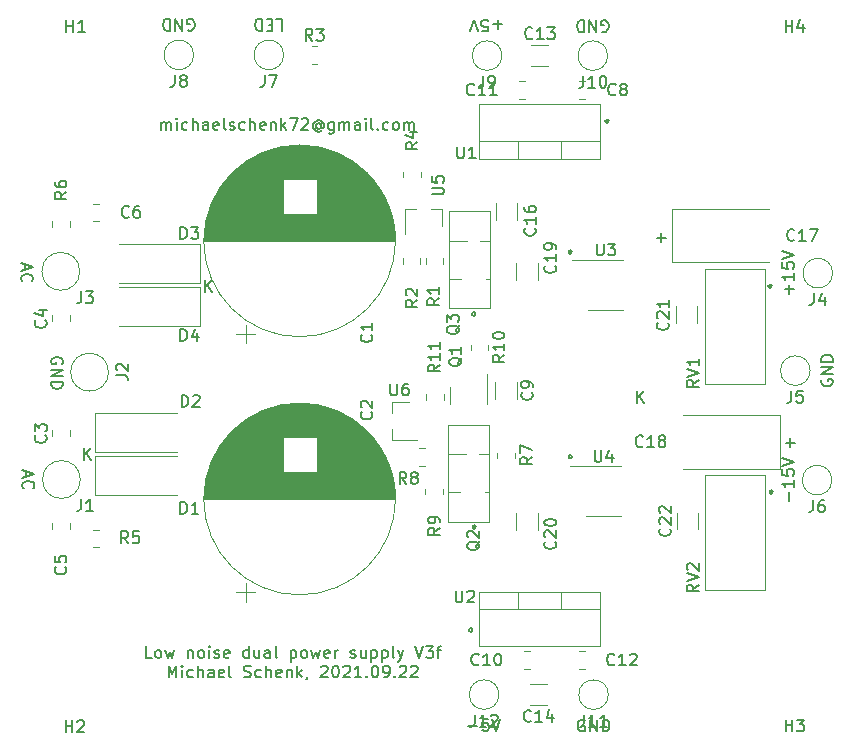
<source format=gbr>
G04 #@! TF.GenerationSoftware,KiCad,Pcbnew,(5.1.10-0-10_14)*
G04 #@! TF.CreationDate,2021-09-22T19:37:29+02:00*
G04 #@! TF.ProjectId,lv-lownoise-psu,6c762d6c-6f77-46e6-9f69-73652d707375,rev?*
G04 #@! TF.SameCoordinates,Original*
G04 #@! TF.FileFunction,Legend,Top*
G04 #@! TF.FilePolarity,Positive*
%FSLAX46Y46*%
G04 Gerber Fmt 4.6, Leading zero omitted, Abs format (unit mm)*
G04 Created by KiCad (PCBNEW (5.1.10-0-10_14)) date 2021-09-22 19:37:29*
%MOMM*%
%LPD*%
G01*
G04 APERTURE LIST*
%ADD10C,0.150000*%
%ADD11C,0.120000*%
G04 APERTURE END LIST*
D10*
X118618000Y-79843380D02*
X118522761Y-79891000D01*
X118475142Y-79986238D01*
X118522761Y-80081476D01*
X118618000Y-80129095D01*
X118713238Y-80081476D01*
X118760857Y-79986238D01*
X118713238Y-79891000D01*
X118618000Y-79843380D01*
X130175000Y-36790380D02*
X130079761Y-36838000D01*
X130032142Y-36933238D01*
X130079761Y-37028476D01*
X130175000Y-37076095D01*
X130270238Y-37028476D01*
X130317857Y-36933238D01*
X130270238Y-36838000D01*
X130175000Y-36790380D01*
X118935500Y-71143880D02*
X118840261Y-71191500D01*
X118792642Y-71286738D01*
X118840261Y-71381976D01*
X118935500Y-71429595D01*
X119030738Y-71381976D01*
X119078357Y-71286738D01*
X119030738Y-71191500D01*
X118935500Y-71143880D01*
X118872000Y-53109880D02*
X118776761Y-53157500D01*
X118729142Y-53252738D01*
X118776761Y-53347976D01*
X118872000Y-53395595D01*
X118967238Y-53347976D01*
X119014857Y-53252738D01*
X118967238Y-53157500D01*
X118872000Y-53109880D01*
X145288047Y-64142928D02*
X146049952Y-64142928D01*
X145669000Y-64523880D02*
X145669000Y-63761976D01*
X134366047Y-46807428D02*
X135127952Y-46807428D01*
X134747000Y-47188380D02*
X134747000Y-46426476D01*
X144081500Y-68159380D02*
X143986261Y-68207000D01*
X143938642Y-68302238D01*
X143986261Y-68397476D01*
X144081500Y-68445095D01*
X144176738Y-68397476D01*
X144224357Y-68302238D01*
X144176738Y-68207000D01*
X144081500Y-68159380D01*
X143954500Y-50760380D02*
X143859261Y-50808000D01*
X143811642Y-50903238D01*
X143859261Y-50998476D01*
X143954500Y-51046095D01*
X144049738Y-50998476D01*
X144097357Y-50903238D01*
X144049738Y-50808000D01*
X143954500Y-50760380D01*
X127063500Y-65174880D02*
X126968261Y-65222500D01*
X126920642Y-65317738D01*
X126968261Y-65412976D01*
X127063500Y-65460595D01*
X127158738Y-65412976D01*
X127206357Y-65317738D01*
X127158738Y-65222500D01*
X127063500Y-65174880D01*
X127063500Y-47839380D02*
X126968261Y-47887000D01*
X126920642Y-47982238D01*
X126968261Y-48077476D01*
X127063500Y-48125095D01*
X127158738Y-48077476D01*
X127206357Y-47982238D01*
X127158738Y-47887000D01*
X127063500Y-47839380D01*
X132707095Y-60777380D02*
X132707095Y-59777380D01*
X133278523Y-60777380D02*
X132849952Y-60205952D01*
X133278523Y-59777380D02*
X132707095Y-60348809D01*
X85907595Y-65603380D02*
X85907595Y-64603380D01*
X86479023Y-65603380D02*
X86050452Y-65031952D01*
X86479023Y-64603380D02*
X85907595Y-65174809D01*
X96131095Y-51379380D02*
X96131095Y-50379380D01*
X96702523Y-51379380D02*
X96273952Y-50807952D01*
X96702523Y-50379380D02*
X96131095Y-50950809D01*
X91639928Y-82367880D02*
X91163738Y-82367880D01*
X91163738Y-81367880D01*
X92116119Y-82367880D02*
X92020880Y-82320261D01*
X91973261Y-82272642D01*
X91925642Y-82177404D01*
X91925642Y-81891690D01*
X91973261Y-81796452D01*
X92020880Y-81748833D01*
X92116119Y-81701214D01*
X92258976Y-81701214D01*
X92354214Y-81748833D01*
X92401833Y-81796452D01*
X92449452Y-81891690D01*
X92449452Y-82177404D01*
X92401833Y-82272642D01*
X92354214Y-82320261D01*
X92258976Y-82367880D01*
X92116119Y-82367880D01*
X92782785Y-81701214D02*
X92973261Y-82367880D01*
X93163738Y-81891690D01*
X93354214Y-82367880D01*
X93544690Y-81701214D01*
X94687547Y-81701214D02*
X94687547Y-82367880D01*
X94687547Y-81796452D02*
X94735166Y-81748833D01*
X94830404Y-81701214D01*
X94973261Y-81701214D01*
X95068500Y-81748833D01*
X95116119Y-81844071D01*
X95116119Y-82367880D01*
X95735166Y-82367880D02*
X95639928Y-82320261D01*
X95592309Y-82272642D01*
X95544690Y-82177404D01*
X95544690Y-81891690D01*
X95592309Y-81796452D01*
X95639928Y-81748833D01*
X95735166Y-81701214D01*
X95878023Y-81701214D01*
X95973261Y-81748833D01*
X96020880Y-81796452D01*
X96068500Y-81891690D01*
X96068500Y-82177404D01*
X96020880Y-82272642D01*
X95973261Y-82320261D01*
X95878023Y-82367880D01*
X95735166Y-82367880D01*
X96497071Y-82367880D02*
X96497071Y-81701214D01*
X96497071Y-81367880D02*
X96449452Y-81415500D01*
X96497071Y-81463119D01*
X96544690Y-81415500D01*
X96497071Y-81367880D01*
X96497071Y-81463119D01*
X96925642Y-82320261D02*
X97020880Y-82367880D01*
X97211357Y-82367880D01*
X97306595Y-82320261D01*
X97354214Y-82225023D01*
X97354214Y-82177404D01*
X97306595Y-82082166D01*
X97211357Y-82034547D01*
X97068500Y-82034547D01*
X96973261Y-81986928D01*
X96925642Y-81891690D01*
X96925642Y-81844071D01*
X96973261Y-81748833D01*
X97068500Y-81701214D01*
X97211357Y-81701214D01*
X97306595Y-81748833D01*
X98163738Y-82320261D02*
X98068500Y-82367880D01*
X97878023Y-82367880D01*
X97782785Y-82320261D01*
X97735166Y-82225023D01*
X97735166Y-81844071D01*
X97782785Y-81748833D01*
X97878023Y-81701214D01*
X98068500Y-81701214D01*
X98163738Y-81748833D01*
X98211357Y-81844071D01*
X98211357Y-81939309D01*
X97735166Y-82034547D01*
X99830404Y-82367880D02*
X99830404Y-81367880D01*
X99830404Y-82320261D02*
X99735166Y-82367880D01*
X99544690Y-82367880D01*
X99449452Y-82320261D01*
X99401833Y-82272642D01*
X99354214Y-82177404D01*
X99354214Y-81891690D01*
X99401833Y-81796452D01*
X99449452Y-81748833D01*
X99544690Y-81701214D01*
X99735166Y-81701214D01*
X99830404Y-81748833D01*
X100735166Y-81701214D02*
X100735166Y-82367880D01*
X100306595Y-81701214D02*
X100306595Y-82225023D01*
X100354214Y-82320261D01*
X100449452Y-82367880D01*
X100592309Y-82367880D01*
X100687547Y-82320261D01*
X100735166Y-82272642D01*
X101639928Y-82367880D02*
X101639928Y-81844071D01*
X101592309Y-81748833D01*
X101497071Y-81701214D01*
X101306595Y-81701214D01*
X101211357Y-81748833D01*
X101639928Y-82320261D02*
X101544690Y-82367880D01*
X101306595Y-82367880D01*
X101211357Y-82320261D01*
X101163738Y-82225023D01*
X101163738Y-82129785D01*
X101211357Y-82034547D01*
X101306595Y-81986928D01*
X101544690Y-81986928D01*
X101639928Y-81939309D01*
X102258976Y-82367880D02*
X102163738Y-82320261D01*
X102116119Y-82225023D01*
X102116119Y-81367880D01*
X103401833Y-81701214D02*
X103401833Y-82701214D01*
X103401833Y-81748833D02*
X103497071Y-81701214D01*
X103687547Y-81701214D01*
X103782785Y-81748833D01*
X103830404Y-81796452D01*
X103878023Y-81891690D01*
X103878023Y-82177404D01*
X103830404Y-82272642D01*
X103782785Y-82320261D01*
X103687547Y-82367880D01*
X103497071Y-82367880D01*
X103401833Y-82320261D01*
X104449452Y-82367880D02*
X104354214Y-82320261D01*
X104306595Y-82272642D01*
X104258976Y-82177404D01*
X104258976Y-81891690D01*
X104306595Y-81796452D01*
X104354214Y-81748833D01*
X104449452Y-81701214D01*
X104592309Y-81701214D01*
X104687547Y-81748833D01*
X104735166Y-81796452D01*
X104782785Y-81891690D01*
X104782785Y-82177404D01*
X104735166Y-82272642D01*
X104687547Y-82320261D01*
X104592309Y-82367880D01*
X104449452Y-82367880D01*
X105116119Y-81701214D02*
X105306595Y-82367880D01*
X105497071Y-81891690D01*
X105687547Y-82367880D01*
X105878023Y-81701214D01*
X106639928Y-82320261D02*
X106544690Y-82367880D01*
X106354214Y-82367880D01*
X106258976Y-82320261D01*
X106211357Y-82225023D01*
X106211357Y-81844071D01*
X106258976Y-81748833D01*
X106354214Y-81701214D01*
X106544690Y-81701214D01*
X106639928Y-81748833D01*
X106687547Y-81844071D01*
X106687547Y-81939309D01*
X106211357Y-82034547D01*
X107116119Y-82367880D02*
X107116119Y-81701214D01*
X107116119Y-81891690D02*
X107163738Y-81796452D01*
X107211357Y-81748833D01*
X107306595Y-81701214D01*
X107401833Y-81701214D01*
X108449452Y-82320261D02*
X108544690Y-82367880D01*
X108735166Y-82367880D01*
X108830404Y-82320261D01*
X108878023Y-82225023D01*
X108878023Y-82177404D01*
X108830404Y-82082166D01*
X108735166Y-82034547D01*
X108592309Y-82034547D01*
X108497071Y-81986928D01*
X108449452Y-81891690D01*
X108449452Y-81844071D01*
X108497071Y-81748833D01*
X108592309Y-81701214D01*
X108735166Y-81701214D01*
X108830404Y-81748833D01*
X109735166Y-81701214D02*
X109735166Y-82367880D01*
X109306595Y-81701214D02*
X109306595Y-82225023D01*
X109354214Y-82320261D01*
X109449452Y-82367880D01*
X109592309Y-82367880D01*
X109687547Y-82320261D01*
X109735166Y-82272642D01*
X110211357Y-81701214D02*
X110211357Y-82701214D01*
X110211357Y-81748833D02*
X110306595Y-81701214D01*
X110497071Y-81701214D01*
X110592309Y-81748833D01*
X110639928Y-81796452D01*
X110687547Y-81891690D01*
X110687547Y-82177404D01*
X110639928Y-82272642D01*
X110592309Y-82320261D01*
X110497071Y-82367880D01*
X110306595Y-82367880D01*
X110211357Y-82320261D01*
X111116119Y-81701214D02*
X111116119Y-82701214D01*
X111116119Y-81748833D02*
X111211357Y-81701214D01*
X111401833Y-81701214D01*
X111497071Y-81748833D01*
X111544690Y-81796452D01*
X111592309Y-81891690D01*
X111592309Y-82177404D01*
X111544690Y-82272642D01*
X111497071Y-82320261D01*
X111401833Y-82367880D01*
X111211357Y-82367880D01*
X111116119Y-82320261D01*
X112163738Y-82367880D02*
X112068499Y-82320261D01*
X112020880Y-82225023D01*
X112020880Y-81367880D01*
X112449452Y-81701214D02*
X112687547Y-82367880D01*
X112925642Y-81701214D02*
X112687547Y-82367880D01*
X112592309Y-82605976D01*
X112544690Y-82653595D01*
X112449452Y-82701214D01*
X113925642Y-81367880D02*
X114258976Y-82367880D01*
X114592309Y-81367880D01*
X114830404Y-81367880D02*
X115449452Y-81367880D01*
X115116119Y-81748833D01*
X115258976Y-81748833D01*
X115354214Y-81796452D01*
X115401833Y-81844071D01*
X115449452Y-81939309D01*
X115449452Y-82177404D01*
X115401833Y-82272642D01*
X115354214Y-82320261D01*
X115258976Y-82367880D01*
X114973261Y-82367880D01*
X114878023Y-82320261D01*
X114830404Y-82272642D01*
X115735166Y-81701214D02*
X116116119Y-81701214D01*
X115878023Y-82367880D02*
X115878023Y-81510738D01*
X115925642Y-81415500D01*
X116020880Y-81367880D01*
X116116119Y-81367880D01*
X93044690Y-84017880D02*
X93044690Y-83017880D01*
X93378023Y-83732166D01*
X93711357Y-83017880D01*
X93711357Y-84017880D01*
X94187547Y-84017880D02*
X94187547Y-83351214D01*
X94187547Y-83017880D02*
X94139928Y-83065500D01*
X94187547Y-83113119D01*
X94235166Y-83065500D01*
X94187547Y-83017880D01*
X94187547Y-83113119D01*
X95092309Y-83970261D02*
X94997071Y-84017880D01*
X94806595Y-84017880D01*
X94711357Y-83970261D01*
X94663738Y-83922642D01*
X94616119Y-83827404D01*
X94616119Y-83541690D01*
X94663738Y-83446452D01*
X94711357Y-83398833D01*
X94806595Y-83351214D01*
X94997071Y-83351214D01*
X95092309Y-83398833D01*
X95520880Y-84017880D02*
X95520880Y-83017880D01*
X95949452Y-84017880D02*
X95949452Y-83494071D01*
X95901833Y-83398833D01*
X95806595Y-83351214D01*
X95663738Y-83351214D01*
X95568500Y-83398833D01*
X95520880Y-83446452D01*
X96854214Y-84017880D02*
X96854214Y-83494071D01*
X96806595Y-83398833D01*
X96711357Y-83351214D01*
X96520880Y-83351214D01*
X96425642Y-83398833D01*
X96854214Y-83970261D02*
X96758976Y-84017880D01*
X96520880Y-84017880D01*
X96425642Y-83970261D01*
X96378023Y-83875023D01*
X96378023Y-83779785D01*
X96425642Y-83684547D01*
X96520880Y-83636928D01*
X96758976Y-83636928D01*
X96854214Y-83589309D01*
X97711357Y-83970261D02*
X97616119Y-84017880D01*
X97425642Y-84017880D01*
X97330404Y-83970261D01*
X97282785Y-83875023D01*
X97282785Y-83494071D01*
X97330404Y-83398833D01*
X97425642Y-83351214D01*
X97616119Y-83351214D01*
X97711357Y-83398833D01*
X97758976Y-83494071D01*
X97758976Y-83589309D01*
X97282785Y-83684547D01*
X98330404Y-84017880D02*
X98235166Y-83970261D01*
X98187547Y-83875023D01*
X98187547Y-83017880D01*
X99425642Y-83970261D02*
X99568500Y-84017880D01*
X99806595Y-84017880D01*
X99901833Y-83970261D01*
X99949452Y-83922642D01*
X99997071Y-83827404D01*
X99997071Y-83732166D01*
X99949452Y-83636928D01*
X99901833Y-83589309D01*
X99806595Y-83541690D01*
X99616119Y-83494071D01*
X99520880Y-83446452D01*
X99473261Y-83398833D01*
X99425642Y-83303595D01*
X99425642Y-83208357D01*
X99473261Y-83113119D01*
X99520880Y-83065500D01*
X99616119Y-83017880D01*
X99854214Y-83017880D01*
X99997071Y-83065500D01*
X100854214Y-83970261D02*
X100758976Y-84017880D01*
X100568500Y-84017880D01*
X100473261Y-83970261D01*
X100425642Y-83922642D01*
X100378023Y-83827404D01*
X100378023Y-83541690D01*
X100425642Y-83446452D01*
X100473261Y-83398833D01*
X100568500Y-83351214D01*
X100758976Y-83351214D01*
X100854214Y-83398833D01*
X101282785Y-84017880D02*
X101282785Y-83017880D01*
X101711357Y-84017880D02*
X101711357Y-83494071D01*
X101663738Y-83398833D01*
X101568500Y-83351214D01*
X101425642Y-83351214D01*
X101330404Y-83398833D01*
X101282785Y-83446452D01*
X102568500Y-83970261D02*
X102473261Y-84017880D01*
X102282785Y-84017880D01*
X102187547Y-83970261D01*
X102139928Y-83875023D01*
X102139928Y-83494071D01*
X102187547Y-83398833D01*
X102282785Y-83351214D01*
X102473261Y-83351214D01*
X102568500Y-83398833D01*
X102616119Y-83494071D01*
X102616119Y-83589309D01*
X102139928Y-83684547D01*
X103044690Y-83351214D02*
X103044690Y-84017880D01*
X103044690Y-83446452D02*
X103092309Y-83398833D01*
X103187547Y-83351214D01*
X103330404Y-83351214D01*
X103425642Y-83398833D01*
X103473261Y-83494071D01*
X103473261Y-84017880D01*
X103949452Y-84017880D02*
X103949452Y-83017880D01*
X104044690Y-83636928D02*
X104330404Y-84017880D01*
X104330404Y-83351214D02*
X103949452Y-83732166D01*
X104806595Y-83970261D02*
X104806595Y-84017880D01*
X104758976Y-84113119D01*
X104711357Y-84160738D01*
X105949452Y-83113119D02*
X105997071Y-83065500D01*
X106092309Y-83017880D01*
X106330404Y-83017880D01*
X106425642Y-83065500D01*
X106473261Y-83113119D01*
X106520880Y-83208357D01*
X106520880Y-83303595D01*
X106473261Y-83446452D01*
X105901833Y-84017880D01*
X106520880Y-84017880D01*
X107139928Y-83017880D02*
X107235166Y-83017880D01*
X107330404Y-83065500D01*
X107378023Y-83113119D01*
X107425642Y-83208357D01*
X107473261Y-83398833D01*
X107473261Y-83636928D01*
X107425642Y-83827404D01*
X107378023Y-83922642D01*
X107330404Y-83970261D01*
X107235166Y-84017880D01*
X107139928Y-84017880D01*
X107044690Y-83970261D01*
X106997071Y-83922642D01*
X106949452Y-83827404D01*
X106901833Y-83636928D01*
X106901833Y-83398833D01*
X106949452Y-83208357D01*
X106997071Y-83113119D01*
X107044690Y-83065500D01*
X107139928Y-83017880D01*
X107854214Y-83113119D02*
X107901833Y-83065500D01*
X107997071Y-83017880D01*
X108235166Y-83017880D01*
X108330404Y-83065500D01*
X108378023Y-83113119D01*
X108425642Y-83208357D01*
X108425642Y-83303595D01*
X108378023Y-83446452D01*
X107806595Y-84017880D01*
X108425642Y-84017880D01*
X109378023Y-84017880D02*
X108806595Y-84017880D01*
X109092309Y-84017880D02*
X109092309Y-83017880D01*
X108997071Y-83160738D01*
X108901833Y-83255976D01*
X108806595Y-83303595D01*
X109806595Y-83922642D02*
X109854214Y-83970261D01*
X109806595Y-84017880D01*
X109758976Y-83970261D01*
X109806595Y-83922642D01*
X109806595Y-84017880D01*
X110473261Y-83017880D02*
X110568500Y-83017880D01*
X110663738Y-83065500D01*
X110711357Y-83113119D01*
X110758976Y-83208357D01*
X110806595Y-83398833D01*
X110806595Y-83636928D01*
X110758976Y-83827404D01*
X110711357Y-83922642D01*
X110663738Y-83970261D01*
X110568500Y-84017880D01*
X110473261Y-84017880D01*
X110378023Y-83970261D01*
X110330404Y-83922642D01*
X110282785Y-83827404D01*
X110235166Y-83636928D01*
X110235166Y-83398833D01*
X110282785Y-83208357D01*
X110330404Y-83113119D01*
X110378023Y-83065500D01*
X110473261Y-83017880D01*
X111282785Y-84017880D02*
X111473261Y-84017880D01*
X111568500Y-83970261D01*
X111616119Y-83922642D01*
X111711357Y-83779785D01*
X111758976Y-83589309D01*
X111758976Y-83208357D01*
X111711357Y-83113119D01*
X111663738Y-83065500D01*
X111568500Y-83017880D01*
X111378023Y-83017880D01*
X111282785Y-83065500D01*
X111235166Y-83113119D01*
X111187547Y-83208357D01*
X111187547Y-83446452D01*
X111235166Y-83541690D01*
X111282785Y-83589309D01*
X111378023Y-83636928D01*
X111568500Y-83636928D01*
X111663738Y-83589309D01*
X111711357Y-83541690D01*
X111758976Y-83446452D01*
X112187547Y-83922642D02*
X112235166Y-83970261D01*
X112187547Y-84017880D01*
X112139928Y-83970261D01*
X112187547Y-83922642D01*
X112187547Y-84017880D01*
X112616119Y-83113119D02*
X112663738Y-83065500D01*
X112758976Y-83017880D01*
X112997071Y-83017880D01*
X113092309Y-83065500D01*
X113139928Y-83113119D01*
X113187547Y-83208357D01*
X113187547Y-83303595D01*
X113139928Y-83446452D01*
X112568500Y-84017880D01*
X113187547Y-84017880D01*
X113568500Y-83113119D02*
X113616119Y-83065500D01*
X113711357Y-83017880D01*
X113949452Y-83017880D01*
X114044690Y-83065500D01*
X114092309Y-83113119D01*
X114139928Y-83208357D01*
X114139928Y-83303595D01*
X114092309Y-83446452D01*
X113520880Y-84017880D01*
X114139928Y-84017880D01*
X129730404Y-29329000D02*
X129825642Y-29376619D01*
X129968500Y-29376619D01*
X130111357Y-29329000D01*
X130206595Y-29233761D01*
X130254214Y-29138523D01*
X130301833Y-28948047D01*
X130301833Y-28805190D01*
X130254214Y-28614714D01*
X130206595Y-28519476D01*
X130111357Y-28424238D01*
X129968500Y-28376619D01*
X129873261Y-28376619D01*
X129730404Y-28424238D01*
X129682785Y-28471857D01*
X129682785Y-28805190D01*
X129873261Y-28805190D01*
X129254214Y-28376619D02*
X129254214Y-29376619D01*
X128682785Y-28376619D01*
X128682785Y-29376619D01*
X128206595Y-28376619D02*
X128206595Y-29376619D01*
X127968500Y-29376619D01*
X127825642Y-29329000D01*
X127730404Y-29233761D01*
X127682785Y-29138523D01*
X127635166Y-28948047D01*
X127635166Y-28805190D01*
X127682785Y-28614714D01*
X127730404Y-28519476D01*
X127825642Y-28424238D01*
X127968500Y-28376619D01*
X128206595Y-28376619D01*
X121300714Y-28694071D02*
X120538809Y-28694071D01*
X120919761Y-28313119D02*
X120919761Y-29075023D01*
X119586428Y-29313119D02*
X120062619Y-29313119D01*
X120110238Y-28836928D01*
X120062619Y-28884547D01*
X119967380Y-28932166D01*
X119729285Y-28932166D01*
X119634047Y-28884547D01*
X119586428Y-28836928D01*
X119538809Y-28741690D01*
X119538809Y-28503595D01*
X119586428Y-28408357D01*
X119634047Y-28360738D01*
X119729285Y-28313119D01*
X119967380Y-28313119D01*
X120062619Y-28360738D01*
X120110238Y-28408357D01*
X119253095Y-29313119D02*
X118919761Y-28313119D01*
X118586428Y-29313119D01*
X118411785Y-88145928D02*
X119173690Y-88145928D01*
X120126071Y-87526880D02*
X119649880Y-87526880D01*
X119602261Y-88003071D01*
X119649880Y-87955452D01*
X119745119Y-87907833D01*
X119983214Y-87907833D01*
X120078452Y-87955452D01*
X120126071Y-88003071D01*
X120173690Y-88098309D01*
X120173690Y-88336404D01*
X120126071Y-88431642D01*
X120078452Y-88479261D01*
X119983214Y-88526880D01*
X119745119Y-88526880D01*
X119649880Y-88479261D01*
X119602261Y-88431642D01*
X120459404Y-87526880D02*
X120792738Y-88526880D01*
X121126071Y-87526880D01*
X128270095Y-87638000D02*
X128174857Y-87590380D01*
X128032000Y-87590380D01*
X127889142Y-87638000D01*
X127793904Y-87733238D01*
X127746285Y-87828476D01*
X127698666Y-88018952D01*
X127698666Y-88161809D01*
X127746285Y-88352285D01*
X127793904Y-88447523D01*
X127889142Y-88542761D01*
X128032000Y-88590380D01*
X128127238Y-88590380D01*
X128270095Y-88542761D01*
X128317714Y-88495142D01*
X128317714Y-88161809D01*
X128127238Y-88161809D01*
X128746285Y-88590380D02*
X128746285Y-87590380D01*
X129317714Y-88590380D01*
X129317714Y-87590380D01*
X129793904Y-88590380D02*
X129793904Y-87590380D01*
X130032000Y-87590380D01*
X130174857Y-87638000D01*
X130270095Y-87733238D01*
X130317714Y-87828476D01*
X130365333Y-88018952D01*
X130365333Y-88161809D01*
X130317714Y-88352285D01*
X130270095Y-88447523D01*
X130174857Y-88542761D01*
X130032000Y-88590380D01*
X129793904Y-88590380D01*
X94678404Y-29202000D02*
X94773642Y-29249619D01*
X94916500Y-29249619D01*
X95059357Y-29202000D01*
X95154595Y-29106761D01*
X95202214Y-29011523D01*
X95249833Y-28821047D01*
X95249833Y-28678190D01*
X95202214Y-28487714D01*
X95154595Y-28392476D01*
X95059357Y-28297238D01*
X94916500Y-28249619D01*
X94821261Y-28249619D01*
X94678404Y-28297238D01*
X94630785Y-28344857D01*
X94630785Y-28678190D01*
X94821261Y-28678190D01*
X94202214Y-28249619D02*
X94202214Y-29249619D01*
X93630785Y-28249619D01*
X93630785Y-29249619D01*
X93154595Y-28249619D02*
X93154595Y-29249619D01*
X92916500Y-29249619D01*
X92773642Y-29202000D01*
X92678404Y-29106761D01*
X92630785Y-29011523D01*
X92583166Y-28821047D01*
X92583166Y-28678190D01*
X92630785Y-28487714D01*
X92678404Y-28392476D01*
X92773642Y-28297238D01*
X92916500Y-28249619D01*
X93154595Y-28249619D01*
X102179357Y-28249619D02*
X102655547Y-28249619D01*
X102655547Y-29249619D01*
X101846023Y-28773428D02*
X101512690Y-28773428D01*
X101369833Y-28249619D02*
X101846023Y-28249619D01*
X101846023Y-29249619D01*
X101369833Y-29249619D01*
X100941261Y-28249619D02*
X100941261Y-29249619D01*
X100703166Y-29249619D01*
X100560309Y-29202000D01*
X100465071Y-29106761D01*
X100417452Y-29011523D01*
X100369833Y-28821047D01*
X100369833Y-28678190D01*
X100417452Y-28487714D01*
X100465071Y-28392476D01*
X100560309Y-28297238D01*
X100703166Y-28249619D01*
X100941261Y-28249619D01*
X92409714Y-37663380D02*
X92409714Y-36996714D01*
X92409714Y-37091952D02*
X92457333Y-37044333D01*
X92552571Y-36996714D01*
X92695428Y-36996714D01*
X92790666Y-37044333D01*
X92838285Y-37139571D01*
X92838285Y-37663380D01*
X92838285Y-37139571D02*
X92885904Y-37044333D01*
X92981142Y-36996714D01*
X93124000Y-36996714D01*
X93219238Y-37044333D01*
X93266857Y-37139571D01*
X93266857Y-37663380D01*
X93743047Y-37663380D02*
X93743047Y-36996714D01*
X93743047Y-36663380D02*
X93695428Y-36711000D01*
X93743047Y-36758619D01*
X93790666Y-36711000D01*
X93743047Y-36663380D01*
X93743047Y-36758619D01*
X94647809Y-37615761D02*
X94552571Y-37663380D01*
X94362095Y-37663380D01*
X94266857Y-37615761D01*
X94219238Y-37568142D01*
X94171619Y-37472904D01*
X94171619Y-37187190D01*
X94219238Y-37091952D01*
X94266857Y-37044333D01*
X94362095Y-36996714D01*
X94552571Y-36996714D01*
X94647809Y-37044333D01*
X95076380Y-37663380D02*
X95076380Y-36663380D01*
X95504952Y-37663380D02*
X95504952Y-37139571D01*
X95457333Y-37044333D01*
X95362095Y-36996714D01*
X95219238Y-36996714D01*
X95124000Y-37044333D01*
X95076380Y-37091952D01*
X96409714Y-37663380D02*
X96409714Y-37139571D01*
X96362095Y-37044333D01*
X96266857Y-36996714D01*
X96076380Y-36996714D01*
X95981142Y-37044333D01*
X96409714Y-37615761D02*
X96314476Y-37663380D01*
X96076380Y-37663380D01*
X95981142Y-37615761D01*
X95933523Y-37520523D01*
X95933523Y-37425285D01*
X95981142Y-37330047D01*
X96076380Y-37282428D01*
X96314476Y-37282428D01*
X96409714Y-37234809D01*
X97266857Y-37615761D02*
X97171619Y-37663380D01*
X96981142Y-37663380D01*
X96885904Y-37615761D01*
X96838285Y-37520523D01*
X96838285Y-37139571D01*
X96885904Y-37044333D01*
X96981142Y-36996714D01*
X97171619Y-36996714D01*
X97266857Y-37044333D01*
X97314476Y-37139571D01*
X97314476Y-37234809D01*
X96838285Y-37330047D01*
X97885904Y-37663380D02*
X97790666Y-37615761D01*
X97743047Y-37520523D01*
X97743047Y-36663380D01*
X98219238Y-37615761D02*
X98314476Y-37663380D01*
X98504952Y-37663380D01*
X98600190Y-37615761D01*
X98647809Y-37520523D01*
X98647809Y-37472904D01*
X98600190Y-37377666D01*
X98504952Y-37330047D01*
X98362095Y-37330047D01*
X98266857Y-37282428D01*
X98219238Y-37187190D01*
X98219238Y-37139571D01*
X98266857Y-37044333D01*
X98362095Y-36996714D01*
X98504952Y-36996714D01*
X98600190Y-37044333D01*
X99504952Y-37615761D02*
X99409714Y-37663380D01*
X99219238Y-37663380D01*
X99124000Y-37615761D01*
X99076380Y-37568142D01*
X99028761Y-37472904D01*
X99028761Y-37187190D01*
X99076380Y-37091952D01*
X99124000Y-37044333D01*
X99219238Y-36996714D01*
X99409714Y-36996714D01*
X99504952Y-37044333D01*
X99933523Y-37663380D02*
X99933523Y-36663380D01*
X100362095Y-37663380D02*
X100362095Y-37139571D01*
X100314476Y-37044333D01*
X100219238Y-36996714D01*
X100076380Y-36996714D01*
X99981142Y-37044333D01*
X99933523Y-37091952D01*
X101219238Y-37615761D02*
X101124000Y-37663380D01*
X100933523Y-37663380D01*
X100838285Y-37615761D01*
X100790666Y-37520523D01*
X100790666Y-37139571D01*
X100838285Y-37044333D01*
X100933523Y-36996714D01*
X101124000Y-36996714D01*
X101219238Y-37044333D01*
X101266857Y-37139571D01*
X101266857Y-37234809D01*
X100790666Y-37330047D01*
X101695428Y-36996714D02*
X101695428Y-37663380D01*
X101695428Y-37091952D02*
X101743047Y-37044333D01*
X101838285Y-36996714D01*
X101981142Y-36996714D01*
X102076380Y-37044333D01*
X102124000Y-37139571D01*
X102124000Y-37663380D01*
X102600190Y-37663380D02*
X102600190Y-36663380D01*
X102695428Y-37282428D02*
X102981142Y-37663380D01*
X102981142Y-36996714D02*
X102600190Y-37377666D01*
X103314476Y-36663380D02*
X103981142Y-36663380D01*
X103552571Y-37663380D01*
X104314476Y-36758619D02*
X104362095Y-36711000D01*
X104457333Y-36663380D01*
X104695428Y-36663380D01*
X104790666Y-36711000D01*
X104838285Y-36758619D01*
X104885904Y-36853857D01*
X104885904Y-36949095D01*
X104838285Y-37091952D01*
X104266857Y-37663380D01*
X104885904Y-37663380D01*
X105933523Y-37187190D02*
X105885904Y-37139571D01*
X105790666Y-37091952D01*
X105695428Y-37091952D01*
X105600190Y-37139571D01*
X105552571Y-37187190D01*
X105504952Y-37282428D01*
X105504952Y-37377666D01*
X105552571Y-37472904D01*
X105600190Y-37520523D01*
X105695428Y-37568142D01*
X105790666Y-37568142D01*
X105885904Y-37520523D01*
X105933523Y-37472904D01*
X105933523Y-37091952D02*
X105933523Y-37472904D01*
X105981142Y-37520523D01*
X106028761Y-37520523D01*
X106124000Y-37472904D01*
X106171619Y-37377666D01*
X106171619Y-37139571D01*
X106076380Y-36996714D01*
X105933523Y-36901476D01*
X105743047Y-36853857D01*
X105552571Y-36901476D01*
X105409714Y-36996714D01*
X105314476Y-37139571D01*
X105266857Y-37330047D01*
X105314476Y-37520523D01*
X105409714Y-37663380D01*
X105552571Y-37758619D01*
X105743047Y-37806238D01*
X105933523Y-37758619D01*
X106076380Y-37663380D01*
X107028761Y-36996714D02*
X107028761Y-37806238D01*
X106981142Y-37901476D01*
X106933523Y-37949095D01*
X106838285Y-37996714D01*
X106695428Y-37996714D01*
X106600190Y-37949095D01*
X107028761Y-37615761D02*
X106933523Y-37663380D01*
X106743047Y-37663380D01*
X106647809Y-37615761D01*
X106600190Y-37568142D01*
X106552571Y-37472904D01*
X106552571Y-37187190D01*
X106600190Y-37091952D01*
X106647809Y-37044333D01*
X106743047Y-36996714D01*
X106933523Y-36996714D01*
X107028761Y-37044333D01*
X107504952Y-37663380D02*
X107504952Y-36996714D01*
X107504952Y-37091952D02*
X107552571Y-37044333D01*
X107647809Y-36996714D01*
X107790666Y-36996714D01*
X107885904Y-37044333D01*
X107933523Y-37139571D01*
X107933523Y-37663380D01*
X107933523Y-37139571D02*
X107981142Y-37044333D01*
X108076380Y-36996714D01*
X108219238Y-36996714D01*
X108314476Y-37044333D01*
X108362095Y-37139571D01*
X108362095Y-37663380D01*
X109266857Y-37663380D02*
X109266857Y-37139571D01*
X109219238Y-37044333D01*
X109124000Y-36996714D01*
X108933523Y-36996714D01*
X108838285Y-37044333D01*
X109266857Y-37615761D02*
X109171619Y-37663380D01*
X108933523Y-37663380D01*
X108838285Y-37615761D01*
X108790666Y-37520523D01*
X108790666Y-37425285D01*
X108838285Y-37330047D01*
X108933523Y-37282428D01*
X109171619Y-37282428D01*
X109266857Y-37234809D01*
X109743047Y-37663380D02*
X109743047Y-36996714D01*
X109743047Y-36663380D02*
X109695428Y-36711000D01*
X109743047Y-36758619D01*
X109790666Y-36711000D01*
X109743047Y-36663380D01*
X109743047Y-36758619D01*
X110362095Y-37663380D02*
X110266857Y-37615761D01*
X110219238Y-37520523D01*
X110219238Y-36663380D01*
X110743047Y-37568142D02*
X110790666Y-37615761D01*
X110743047Y-37663380D01*
X110695428Y-37615761D01*
X110743047Y-37568142D01*
X110743047Y-37663380D01*
X111647809Y-37615761D02*
X111552571Y-37663380D01*
X111362095Y-37663380D01*
X111266857Y-37615761D01*
X111219238Y-37568142D01*
X111171619Y-37472904D01*
X111171619Y-37187190D01*
X111219238Y-37091952D01*
X111266857Y-37044333D01*
X111362095Y-36996714D01*
X111552571Y-36996714D01*
X111647809Y-37044333D01*
X112219238Y-37663380D02*
X112124000Y-37615761D01*
X112076380Y-37568142D01*
X112028761Y-37472904D01*
X112028761Y-37187190D01*
X112076380Y-37091952D01*
X112124000Y-37044333D01*
X112219238Y-36996714D01*
X112362095Y-36996714D01*
X112457333Y-37044333D01*
X112504952Y-37091952D01*
X112552571Y-37187190D01*
X112552571Y-37472904D01*
X112504952Y-37568142D01*
X112457333Y-37615761D01*
X112362095Y-37663380D01*
X112219238Y-37663380D01*
X112981142Y-37663380D02*
X112981142Y-36996714D01*
X112981142Y-37091952D02*
X113028761Y-37044333D01*
X113124000Y-36996714D01*
X113266857Y-36996714D01*
X113362095Y-37044333D01*
X113409714Y-37139571D01*
X113409714Y-37663380D01*
X113409714Y-37139571D02*
X113457333Y-37044333D01*
X113552571Y-36996714D01*
X113695428Y-36996714D01*
X113790666Y-37044333D01*
X113838285Y-37139571D01*
X113838285Y-37663380D01*
X84066000Y-57467595D02*
X84113619Y-57372357D01*
X84113619Y-57229500D01*
X84066000Y-57086642D01*
X83970761Y-56991404D01*
X83875523Y-56943785D01*
X83685047Y-56896166D01*
X83542190Y-56896166D01*
X83351714Y-56943785D01*
X83256476Y-56991404D01*
X83161238Y-57086642D01*
X83113619Y-57229500D01*
X83113619Y-57324738D01*
X83161238Y-57467595D01*
X83208857Y-57515214D01*
X83542190Y-57515214D01*
X83542190Y-57324738D01*
X83113619Y-57943785D02*
X84113619Y-57943785D01*
X83113619Y-58515214D01*
X84113619Y-58515214D01*
X83113619Y-58991404D02*
X84113619Y-58991404D01*
X84113619Y-59229500D01*
X84066000Y-59372357D01*
X83970761Y-59467595D01*
X83875523Y-59515214D01*
X83685047Y-59562833D01*
X83542190Y-59562833D01*
X83351714Y-59515214D01*
X83256476Y-59467595D01*
X83161238Y-59372357D01*
X83113619Y-59229500D01*
X83113619Y-58991404D01*
X80960933Y-66521104D02*
X80960933Y-66997295D01*
X80675219Y-66425866D02*
X81675219Y-66759200D01*
X80675219Y-67092533D01*
X80770457Y-67997295D02*
X80722838Y-67949676D01*
X80675219Y-67806819D01*
X80675219Y-67711580D01*
X80722838Y-67568723D01*
X80818076Y-67473485D01*
X80913314Y-67425866D01*
X81103790Y-67378247D01*
X81246647Y-67378247D01*
X81437123Y-67425866D01*
X81532361Y-67473485D01*
X81627600Y-67568723D01*
X81675219Y-67711580D01*
X81675219Y-67806819D01*
X81627600Y-67949676D01*
X81579980Y-67997295D01*
X80859333Y-48995104D02*
X80859333Y-49471295D01*
X80573619Y-48899866D02*
X81573619Y-49233200D01*
X80573619Y-49566533D01*
X80668857Y-50471295D02*
X80621238Y-50423676D01*
X80573619Y-50280819D01*
X80573619Y-50185580D01*
X80621238Y-50042723D01*
X80716476Y-49947485D01*
X80811714Y-49899866D01*
X81002190Y-49852247D01*
X81145047Y-49852247D01*
X81335523Y-49899866D01*
X81430761Y-49947485D01*
X81526000Y-50042723D01*
X81573619Y-50185580D01*
X81573619Y-50280819D01*
X81526000Y-50423676D01*
X81478380Y-50471295D01*
X145613428Y-69071904D02*
X145613428Y-68310000D01*
X145994380Y-67310000D02*
X145994380Y-67881428D01*
X145994380Y-67595714D02*
X144994380Y-67595714D01*
X145137238Y-67690952D01*
X145232476Y-67786190D01*
X145280095Y-67881428D01*
X144994380Y-66405238D02*
X144994380Y-66881428D01*
X145470571Y-66929047D01*
X145422952Y-66881428D01*
X145375333Y-66786190D01*
X145375333Y-66548095D01*
X145422952Y-66452857D01*
X145470571Y-66405238D01*
X145565809Y-66357619D01*
X145803904Y-66357619D01*
X145899142Y-66405238D01*
X145946761Y-66452857D01*
X145994380Y-66548095D01*
X145994380Y-66786190D01*
X145946761Y-66881428D01*
X145899142Y-66929047D01*
X144994380Y-66071904D02*
X145994380Y-65738571D01*
X144994380Y-65405238D01*
X148344000Y-58800904D02*
X148296380Y-58896142D01*
X148296380Y-59039000D01*
X148344000Y-59181857D01*
X148439238Y-59277095D01*
X148534476Y-59324714D01*
X148724952Y-59372333D01*
X148867809Y-59372333D01*
X149058285Y-59324714D01*
X149153523Y-59277095D01*
X149248761Y-59181857D01*
X149296380Y-59039000D01*
X149296380Y-58943761D01*
X149248761Y-58800904D01*
X149201142Y-58753285D01*
X148867809Y-58753285D01*
X148867809Y-58943761D01*
X149296380Y-58324714D02*
X148296380Y-58324714D01*
X149296380Y-57753285D01*
X148296380Y-57753285D01*
X149296380Y-57277095D02*
X148296380Y-57277095D01*
X148296380Y-57039000D01*
X148344000Y-56896142D01*
X148439238Y-56800904D01*
X148534476Y-56753285D01*
X148724952Y-56705666D01*
X148867809Y-56705666D01*
X149058285Y-56753285D01*
X149153523Y-56800904D01*
X149248761Y-56896142D01*
X149296380Y-57039000D01*
X149296380Y-57277095D01*
X145613428Y-51545904D02*
X145613428Y-50784000D01*
X145994380Y-51164952D02*
X145232476Y-51164952D01*
X145994380Y-49784000D02*
X145994380Y-50355428D01*
X145994380Y-50069714D02*
X144994380Y-50069714D01*
X145137238Y-50164952D01*
X145232476Y-50260190D01*
X145280095Y-50355428D01*
X144994380Y-48879238D02*
X144994380Y-49355428D01*
X145470571Y-49403047D01*
X145422952Y-49355428D01*
X145375333Y-49260190D01*
X145375333Y-49022095D01*
X145422952Y-48926857D01*
X145470571Y-48879238D01*
X145565809Y-48831619D01*
X145803904Y-48831619D01*
X145899142Y-48879238D01*
X145946761Y-48926857D01*
X145994380Y-49022095D01*
X145994380Y-49260190D01*
X145946761Y-49355428D01*
X145899142Y-49403047D01*
X144994380Y-48545904D02*
X145994380Y-48212571D01*
X144994380Y-47879238D01*
D11*
X116355800Y-60050436D02*
X116355800Y-60504564D01*
X114885800Y-60050436D02*
X114885800Y-60504564D01*
X120115000Y-55827436D02*
X120115000Y-56281564D01*
X118645000Y-55827436D02*
X118645000Y-56281564D01*
X116870000Y-60140000D02*
X116870000Y-60890000D01*
X116870000Y-60140000D02*
X116870000Y-59390000D01*
X119990000Y-60140000D02*
X119990000Y-60890000D01*
X119990000Y-60140000D02*
X119990000Y-58290000D01*
X122512500Y-59003748D02*
X122512500Y-60426252D01*
X120692500Y-59003748D02*
X120692500Y-60426252D01*
X111936500Y-60713500D02*
X113396500Y-60713500D01*
X111936500Y-63873500D02*
X114096500Y-63873500D01*
X111936500Y-63873500D02*
X111936500Y-62943500D01*
X111936500Y-60713500D02*
X111936500Y-61643500D01*
X114771500Y-68051436D02*
X114771500Y-68505564D01*
X116241500Y-68051436D02*
X116241500Y-68505564D01*
X114279436Y-66076500D02*
X114733564Y-66076500D01*
X114279436Y-64606500D02*
X114733564Y-64606500D01*
X120867500Y-64971436D02*
X120867500Y-65425564D01*
X122337500Y-64971436D02*
X122337500Y-65425564D01*
X116200000Y-44341000D02*
X115270000Y-44341000D01*
X113040000Y-44341000D02*
X113970000Y-44341000D01*
X113040000Y-44341000D02*
X113040000Y-46501000D01*
X116200000Y-44341000D02*
X116200000Y-45801000D01*
X112930000Y-41645064D02*
X112930000Y-41190936D01*
X114400000Y-41645064D02*
X114400000Y-41190936D01*
X112866500Y-48979064D02*
X112866500Y-48524936D01*
X114336500Y-48979064D02*
X114336500Y-48524936D01*
X114835000Y-48979064D02*
X114835000Y-48524936D01*
X116305000Y-48979064D02*
X116305000Y-48524936D01*
X116752000Y-52761000D02*
X116752000Y-44521000D01*
X120242000Y-52761000D02*
X120242000Y-44521000D01*
X116752000Y-52761000D02*
X120242000Y-52761000D01*
X116752000Y-44521000D02*
X120242000Y-44521000D01*
X116752000Y-50241000D02*
X117822000Y-50241000D01*
X119922000Y-50241000D02*
X120242000Y-50241000D01*
X116752000Y-47040000D02*
X118332000Y-47040000D01*
X119412000Y-47040000D02*
X120242000Y-47040000D01*
X120756000Y-45249752D02*
X120756000Y-43827248D01*
X122576000Y-45249752D02*
X122576000Y-43827248D01*
X121012000Y-85471000D02*
G75*
G03*
X121012000Y-85471000I-1251000J0D01*
G01*
X130283000Y-85471000D02*
G75*
G03*
X130283000Y-85471000I-1251000J0D01*
G01*
X130219500Y-31369000D02*
G75*
G03*
X130219500Y-31369000I-1251000J0D01*
G01*
X121266000Y-31369000D02*
G75*
G03*
X121266000Y-31369000I-1251000J0D01*
G01*
X95167500Y-31305500D02*
G75*
G03*
X95167500Y-31305500I-1251000J0D01*
G01*
X102787500Y-31305500D02*
G75*
G03*
X102787500Y-31305500I-1251000J0D01*
G01*
X149206000Y-67310000D02*
G75*
G03*
X149206000Y-67310000I-1251000J0D01*
G01*
X147364500Y-58039000D02*
G75*
G03*
X147364500Y-58039000I-1251000J0D01*
G01*
X149269500Y-49784000D02*
G75*
G03*
X149269500Y-49784000I-1251000J0D01*
G01*
X125082752Y-84561000D02*
X123660248Y-84561000D01*
X125082752Y-86381000D02*
X123660248Y-86381000D01*
X123773748Y-32279000D02*
X125196252Y-32279000D01*
X123773748Y-30459000D02*
X125196252Y-30459000D01*
X122696248Y-33555000D02*
X123218752Y-33555000D01*
X122696248Y-35025000D02*
X123218752Y-35025000D01*
X84682000Y-45381936D02*
X84682000Y-45836064D01*
X83212000Y-45381936D02*
X83212000Y-45836064D01*
X86688436Y-71528000D02*
X87142564Y-71528000D01*
X86688436Y-72998000D02*
X87142564Y-72998000D01*
X116688500Y-70858500D02*
X116688500Y-62618500D01*
X120178500Y-70858500D02*
X120178500Y-62618500D01*
X116688500Y-70858500D02*
X120178500Y-70858500D01*
X116688500Y-62618500D02*
X120178500Y-62618500D01*
X116688500Y-68338500D02*
X117758500Y-68338500D01*
X119858500Y-68338500D02*
X120178500Y-68338500D01*
X116688500Y-65137500D02*
X118268500Y-65137500D01*
X119348500Y-65137500D02*
X120178500Y-65137500D01*
X136059500Y-71488752D02*
X136059500Y-70066248D01*
X137879500Y-71488752D02*
X137879500Y-70066248D01*
X137816000Y-52603748D02*
X137816000Y-54026252D01*
X135996000Y-52603748D02*
X135996000Y-54026252D01*
X122470500Y-71538752D02*
X122470500Y-70116248D01*
X124290500Y-71538752D02*
X124290500Y-70116248D01*
X122470500Y-50329752D02*
X122470500Y-48907248D01*
X124290500Y-50329752D02*
X124290500Y-48907248D01*
X87150752Y-45375500D02*
X86628248Y-45375500D01*
X87150752Y-43905500D02*
X86628248Y-43905500D01*
X84682000Y-70943748D02*
X84682000Y-71466252D01*
X83212000Y-70943748D02*
X83212000Y-71466252D01*
X83212000Y-53876752D02*
X83212000Y-53354248D01*
X84682000Y-53876752D02*
X84682000Y-53354248D01*
X83212000Y-63612752D02*
X83212000Y-63090248D01*
X84682000Y-63612752D02*
X84682000Y-63090248D01*
X136596500Y-66331500D02*
X144831500Y-66331500D01*
X144831500Y-66331500D02*
X144831500Y-61811500D01*
X144831500Y-61811500D02*
X136596500Y-61811500D01*
X143883000Y-44349000D02*
X135648000Y-44349000D01*
X135648000Y-44349000D02*
X135648000Y-48869000D01*
X135648000Y-48869000D02*
X143883000Y-48869000D01*
X126311000Y-76740000D02*
X126311000Y-78250000D01*
X122610000Y-76740000D02*
X122610000Y-78250000D01*
X119340000Y-78250000D02*
X129580000Y-78250000D01*
X129580000Y-76740000D02*
X129580000Y-81381000D01*
X119340000Y-76740000D02*
X119340000Y-81381000D01*
X119340000Y-81381000D02*
X129580000Y-81381000D01*
X119340000Y-76740000D02*
X129580000Y-76740000D01*
X122609000Y-40100000D02*
X122609000Y-38590000D01*
X126310000Y-40100000D02*
X126310000Y-38590000D01*
X129580000Y-38590000D02*
X119340000Y-38590000D01*
X119340000Y-40100000D02*
X119340000Y-35459000D01*
X129580000Y-40100000D02*
X129580000Y-35459000D01*
X129580000Y-35459000D02*
X119340000Y-35459000D01*
X129580000Y-40100000D02*
X119340000Y-40100000D01*
X95727600Y-54228000D02*
X95727600Y-50928000D01*
X95727600Y-50928000D02*
X88827600Y-50928000D01*
X95727600Y-54228000D02*
X88827600Y-54228000D01*
X95727600Y-50621200D02*
X95727600Y-47321200D01*
X95727600Y-47321200D02*
X88827600Y-47321200D01*
X95727600Y-50621200D02*
X88827600Y-50621200D01*
X86826000Y-61646800D02*
X86826000Y-64946800D01*
X86826000Y-64946800D02*
X93726000Y-64946800D01*
X86826000Y-61646800D02*
X93726000Y-61646800D01*
X86826000Y-65304400D02*
X86826000Y-68604400D01*
X86826000Y-68604400D02*
X93726000Y-68604400D01*
X86826000Y-65304400D02*
X93726000Y-65304400D01*
X129886600Y-70371900D02*
X131386600Y-70371900D01*
X129886600Y-70371900D02*
X128386600Y-70371900D01*
X129886600Y-66151900D02*
X131386600Y-66151900D01*
X129886600Y-66151900D02*
X127011600Y-66151900D01*
X112260000Y-68901000D02*
G75*
G03*
X112260000Y-68901000I-8120000J0D01*
G01*
X96059000Y-68901000D02*
X112221000Y-68901000D01*
X96060000Y-68861000D02*
X112220000Y-68861000D01*
X96060000Y-68821000D02*
X112220000Y-68821000D01*
X96060000Y-68781000D02*
X112220000Y-68781000D01*
X96061000Y-68741000D02*
X112219000Y-68741000D01*
X96062000Y-68701000D02*
X112218000Y-68701000D01*
X96063000Y-68661000D02*
X112217000Y-68661000D01*
X96064000Y-68621000D02*
X112216000Y-68621000D01*
X96066000Y-68581000D02*
X112214000Y-68581000D01*
X96067000Y-68541000D02*
X112213000Y-68541000D01*
X96069000Y-68501000D02*
X112211000Y-68501000D01*
X96071000Y-68461000D02*
X112209000Y-68461000D01*
X96074000Y-68421000D02*
X112206000Y-68421000D01*
X96076000Y-68381000D02*
X112204000Y-68381000D01*
X96079000Y-68341000D02*
X112201000Y-68341000D01*
X96082000Y-68301000D02*
X112198000Y-68301000D01*
X96085000Y-68261000D02*
X112195000Y-68261000D01*
X96088000Y-68221000D02*
X112192000Y-68221000D01*
X96091000Y-68180000D02*
X112189000Y-68180000D01*
X96095000Y-68140000D02*
X112185000Y-68140000D01*
X96099000Y-68100000D02*
X112181000Y-68100000D01*
X96103000Y-68060000D02*
X112177000Y-68060000D01*
X96107000Y-68020000D02*
X112173000Y-68020000D01*
X96112000Y-67980000D02*
X112168000Y-67980000D01*
X96116000Y-67940000D02*
X112164000Y-67940000D01*
X96121000Y-67900000D02*
X112159000Y-67900000D01*
X96126000Y-67860000D02*
X112154000Y-67860000D01*
X96132000Y-67820000D02*
X112148000Y-67820000D01*
X96137000Y-67780000D02*
X112143000Y-67780000D01*
X96143000Y-67740000D02*
X112137000Y-67740000D01*
X96149000Y-67700000D02*
X112131000Y-67700000D01*
X96155000Y-67660000D02*
X112125000Y-67660000D01*
X96161000Y-67620000D02*
X112119000Y-67620000D01*
X96168000Y-67580000D02*
X112112000Y-67580000D01*
X96174000Y-67540000D02*
X112106000Y-67540000D01*
X96181000Y-67500000D02*
X112099000Y-67500000D01*
X96188000Y-67460000D02*
X112092000Y-67460000D01*
X96196000Y-67420000D02*
X112084000Y-67420000D01*
X96203000Y-67380000D02*
X112077000Y-67380000D01*
X96211000Y-67340000D02*
X112069000Y-67340000D01*
X96219000Y-67300000D02*
X112061000Y-67300000D01*
X96227000Y-67260000D02*
X112053000Y-67260000D01*
X96235000Y-67220000D02*
X112045000Y-67220000D01*
X96244000Y-67180000D02*
X112036000Y-67180000D01*
X96253000Y-67140000D02*
X112027000Y-67140000D01*
X96262000Y-67100000D02*
X112018000Y-67100000D01*
X96271000Y-67060000D02*
X112009000Y-67060000D01*
X96280000Y-67020000D02*
X112000000Y-67020000D01*
X96290000Y-66980000D02*
X111990000Y-66980000D01*
X96300000Y-66940000D02*
X111980000Y-66940000D01*
X96310000Y-66900000D02*
X111970000Y-66900000D01*
X96320000Y-66860000D02*
X111960000Y-66860000D01*
X96330000Y-66820000D02*
X111950000Y-66820000D01*
X96341000Y-66780000D02*
X111939000Y-66780000D01*
X96352000Y-66740000D02*
X111928000Y-66740000D01*
X96363000Y-66700000D02*
X111917000Y-66700000D01*
X96375000Y-66660000D02*
X111905000Y-66660000D01*
X96386000Y-66620000D02*
X111894000Y-66620000D01*
X96398000Y-66580000D02*
X102700000Y-66580000D01*
X105580000Y-66580000D02*
X111882000Y-66580000D01*
X96410000Y-66540000D02*
X102700000Y-66540000D01*
X105580000Y-66540000D02*
X111870000Y-66540000D01*
X96422000Y-66500000D02*
X102700000Y-66500000D01*
X105580000Y-66500000D02*
X111858000Y-66500000D01*
X96435000Y-66460000D02*
X102700000Y-66460000D01*
X105580000Y-66460000D02*
X111845000Y-66460000D01*
X96447000Y-66420000D02*
X102700000Y-66420000D01*
X105580000Y-66420000D02*
X111833000Y-66420000D01*
X96460000Y-66380000D02*
X102700000Y-66380000D01*
X105580000Y-66380000D02*
X111820000Y-66380000D01*
X96474000Y-66340000D02*
X102700000Y-66340000D01*
X105580000Y-66340000D02*
X111806000Y-66340000D01*
X96487000Y-66300000D02*
X102700000Y-66300000D01*
X105580000Y-66300000D02*
X111793000Y-66300000D01*
X96501000Y-66260000D02*
X102700000Y-66260000D01*
X105580000Y-66260000D02*
X111779000Y-66260000D01*
X96515000Y-66220000D02*
X102700000Y-66220000D01*
X105580000Y-66220000D02*
X111765000Y-66220000D01*
X96529000Y-66180000D02*
X102700000Y-66180000D01*
X105580000Y-66180000D02*
X111751000Y-66180000D01*
X96543000Y-66140000D02*
X102700000Y-66140000D01*
X105580000Y-66140000D02*
X111737000Y-66140000D01*
X96558000Y-66100000D02*
X102700000Y-66100000D01*
X105580000Y-66100000D02*
X111722000Y-66100000D01*
X96572000Y-66060000D02*
X102700000Y-66060000D01*
X105580000Y-66060000D02*
X111708000Y-66060000D01*
X96587000Y-66020000D02*
X102700000Y-66020000D01*
X105580000Y-66020000D02*
X111693000Y-66020000D01*
X96603000Y-65980000D02*
X102700000Y-65980000D01*
X105580000Y-65980000D02*
X111677000Y-65980000D01*
X96618000Y-65940000D02*
X102700000Y-65940000D01*
X105580000Y-65940000D02*
X111662000Y-65940000D01*
X96634000Y-65900000D02*
X102700000Y-65900000D01*
X105580000Y-65900000D02*
X111646000Y-65900000D01*
X96650000Y-65860000D02*
X102700000Y-65860000D01*
X105580000Y-65860000D02*
X111630000Y-65860000D01*
X96666000Y-65820000D02*
X102700000Y-65820000D01*
X105580000Y-65820000D02*
X111614000Y-65820000D01*
X96683000Y-65780000D02*
X102700000Y-65780000D01*
X105580000Y-65780000D02*
X111597000Y-65780000D01*
X96700000Y-65740000D02*
X102700000Y-65740000D01*
X105580000Y-65740000D02*
X111580000Y-65740000D01*
X96717000Y-65700000D02*
X102700000Y-65700000D01*
X105580000Y-65700000D02*
X111563000Y-65700000D01*
X96734000Y-65660000D02*
X102700000Y-65660000D01*
X105580000Y-65660000D02*
X111546000Y-65660000D01*
X96751000Y-65620000D02*
X102700000Y-65620000D01*
X105580000Y-65620000D02*
X111529000Y-65620000D01*
X96769000Y-65580000D02*
X102700000Y-65580000D01*
X105580000Y-65580000D02*
X111511000Y-65580000D01*
X96787000Y-65540000D02*
X102700000Y-65540000D01*
X105580000Y-65540000D02*
X111493000Y-65540000D01*
X96806000Y-65500000D02*
X102700000Y-65500000D01*
X105580000Y-65500000D02*
X111474000Y-65500000D01*
X96824000Y-65460000D02*
X102700000Y-65460000D01*
X105580000Y-65460000D02*
X111456000Y-65460000D01*
X96843000Y-65420000D02*
X102700000Y-65420000D01*
X105580000Y-65420000D02*
X111437000Y-65420000D01*
X96862000Y-65380000D02*
X102700000Y-65380000D01*
X105580000Y-65380000D02*
X111418000Y-65380000D01*
X96882000Y-65340000D02*
X102700000Y-65340000D01*
X105580000Y-65340000D02*
X111398000Y-65340000D01*
X96901000Y-65300000D02*
X102700000Y-65300000D01*
X105580000Y-65300000D02*
X111379000Y-65300000D01*
X96921000Y-65260000D02*
X102700000Y-65260000D01*
X105580000Y-65260000D02*
X111359000Y-65260000D01*
X96941000Y-65220000D02*
X102700000Y-65220000D01*
X105580000Y-65220000D02*
X111339000Y-65220000D01*
X96962000Y-65180000D02*
X102700000Y-65180000D01*
X105580000Y-65180000D02*
X111318000Y-65180000D01*
X96983000Y-65140000D02*
X102700000Y-65140000D01*
X105580000Y-65140000D02*
X111297000Y-65140000D01*
X97004000Y-65100000D02*
X102700000Y-65100000D01*
X105580000Y-65100000D02*
X111276000Y-65100000D01*
X97025000Y-65060000D02*
X102700000Y-65060000D01*
X105580000Y-65060000D02*
X111255000Y-65060000D01*
X97046000Y-65020000D02*
X102700000Y-65020000D01*
X105580000Y-65020000D02*
X111234000Y-65020000D01*
X97068000Y-64980000D02*
X102700000Y-64980000D01*
X105580000Y-64980000D02*
X111212000Y-64980000D01*
X97091000Y-64940000D02*
X102700000Y-64940000D01*
X105580000Y-64940000D02*
X111189000Y-64940000D01*
X97113000Y-64900000D02*
X102700000Y-64900000D01*
X105580000Y-64900000D02*
X111167000Y-64900000D01*
X97136000Y-64860000D02*
X102700000Y-64860000D01*
X105580000Y-64860000D02*
X111144000Y-64860000D01*
X97159000Y-64820000D02*
X102700000Y-64820000D01*
X105580000Y-64820000D02*
X111121000Y-64820000D01*
X97182000Y-64780000D02*
X102700000Y-64780000D01*
X105580000Y-64780000D02*
X111098000Y-64780000D01*
X97206000Y-64740000D02*
X102700000Y-64740000D01*
X105580000Y-64740000D02*
X111074000Y-64740000D01*
X97230000Y-64700000D02*
X102700000Y-64700000D01*
X105580000Y-64700000D02*
X111050000Y-64700000D01*
X97254000Y-64660000D02*
X102700000Y-64660000D01*
X105580000Y-64660000D02*
X111026000Y-64660000D01*
X97279000Y-64620000D02*
X102700000Y-64620000D01*
X105580000Y-64620000D02*
X111001000Y-64620000D01*
X97304000Y-64580000D02*
X102700000Y-64580000D01*
X105580000Y-64580000D02*
X110976000Y-64580000D01*
X97329000Y-64540000D02*
X102700000Y-64540000D01*
X105580000Y-64540000D02*
X110951000Y-64540000D01*
X97355000Y-64500000D02*
X102700000Y-64500000D01*
X105580000Y-64500000D02*
X110925000Y-64500000D01*
X97381000Y-64460000D02*
X102700000Y-64460000D01*
X105580000Y-64460000D02*
X110899000Y-64460000D01*
X97407000Y-64420000D02*
X102700000Y-64420000D01*
X105580000Y-64420000D02*
X110873000Y-64420000D01*
X97434000Y-64380000D02*
X102700000Y-64380000D01*
X105580000Y-64380000D02*
X110846000Y-64380000D01*
X97461000Y-64340000D02*
X102700000Y-64340000D01*
X105580000Y-64340000D02*
X110819000Y-64340000D01*
X97488000Y-64300000D02*
X102700000Y-64300000D01*
X105580000Y-64300000D02*
X110792000Y-64300000D01*
X97516000Y-64260000D02*
X102700000Y-64260000D01*
X105580000Y-64260000D02*
X110764000Y-64260000D01*
X97544000Y-64220000D02*
X102700000Y-64220000D01*
X105580000Y-64220000D02*
X110736000Y-64220000D01*
X97572000Y-64180000D02*
X102700000Y-64180000D01*
X105580000Y-64180000D02*
X110708000Y-64180000D01*
X97601000Y-64140000D02*
X102700000Y-64140000D01*
X105580000Y-64140000D02*
X110679000Y-64140000D01*
X97630000Y-64100000D02*
X102700000Y-64100000D01*
X105580000Y-64100000D02*
X110650000Y-64100000D01*
X97660000Y-64060000D02*
X102700000Y-64060000D01*
X105580000Y-64060000D02*
X110620000Y-64060000D01*
X97690000Y-64020000D02*
X102700000Y-64020000D01*
X105580000Y-64020000D02*
X110590000Y-64020000D01*
X97720000Y-63980000D02*
X102700000Y-63980000D01*
X105580000Y-63980000D02*
X110560000Y-63980000D01*
X97750000Y-63940000D02*
X102700000Y-63940000D01*
X105580000Y-63940000D02*
X110530000Y-63940000D01*
X97782000Y-63900000D02*
X102700000Y-63900000D01*
X105580000Y-63900000D02*
X110498000Y-63900000D01*
X97813000Y-63860000D02*
X102700000Y-63860000D01*
X105580000Y-63860000D02*
X110467000Y-63860000D01*
X97845000Y-63820000D02*
X102700000Y-63820000D01*
X105580000Y-63820000D02*
X110435000Y-63820000D01*
X97877000Y-63780000D02*
X102700000Y-63780000D01*
X105580000Y-63780000D02*
X110403000Y-63780000D01*
X97910000Y-63740000D02*
X102700000Y-63740000D01*
X105580000Y-63740000D02*
X110370000Y-63740000D01*
X97943000Y-63700000D02*
X110337000Y-63700000D01*
X97977000Y-63660000D02*
X110303000Y-63660000D01*
X98011000Y-63620000D02*
X110269000Y-63620000D01*
X98045000Y-63580000D02*
X110235000Y-63580000D01*
X98080000Y-63540000D02*
X110200000Y-63540000D01*
X98115000Y-63500000D02*
X110165000Y-63500000D01*
X98151000Y-63460000D02*
X110129000Y-63460000D01*
X98188000Y-63420000D02*
X110092000Y-63420000D01*
X98224000Y-63380000D02*
X110056000Y-63380000D01*
X98262000Y-63340000D02*
X110018000Y-63340000D01*
X98300000Y-63300000D02*
X109980000Y-63300000D01*
X98338000Y-63260000D02*
X109942000Y-63260000D01*
X98377000Y-63220000D02*
X109903000Y-63220000D01*
X98416000Y-63180000D02*
X109864000Y-63180000D01*
X98456000Y-63140000D02*
X109824000Y-63140000D01*
X98497000Y-63100000D02*
X109783000Y-63100000D01*
X98538000Y-63060000D02*
X109742000Y-63060000D01*
X98580000Y-63020000D02*
X109700000Y-63020000D01*
X98622000Y-62980000D02*
X109658000Y-62980000D01*
X98665000Y-62940000D02*
X109615000Y-62940000D01*
X98708000Y-62900000D02*
X109572000Y-62900000D01*
X98752000Y-62860000D02*
X109528000Y-62860000D01*
X98797000Y-62820000D02*
X109483000Y-62820000D01*
X98843000Y-62780000D02*
X109437000Y-62780000D01*
X98889000Y-62740000D02*
X109391000Y-62740000D01*
X98936000Y-62700000D02*
X109344000Y-62700000D01*
X98984000Y-62660000D02*
X109296000Y-62660000D01*
X99032000Y-62620000D02*
X109248000Y-62620000D01*
X99081000Y-62580000D02*
X109199000Y-62580000D01*
X99131000Y-62540000D02*
X109149000Y-62540000D01*
X99182000Y-62500000D02*
X109098000Y-62500000D01*
X99234000Y-62460000D02*
X109046000Y-62460000D01*
X99286000Y-62420000D02*
X108994000Y-62420000D01*
X99340000Y-62380000D02*
X108940000Y-62380000D01*
X99394000Y-62340000D02*
X108886000Y-62340000D01*
X99449000Y-62300000D02*
X108831000Y-62300000D01*
X99506000Y-62260000D02*
X108774000Y-62260000D01*
X99563000Y-62220000D02*
X108717000Y-62220000D01*
X99621000Y-62180000D02*
X108659000Y-62180000D01*
X99681000Y-62140000D02*
X108599000Y-62140000D01*
X99742000Y-62100000D02*
X108538000Y-62100000D01*
X99804000Y-62060000D02*
X108476000Y-62060000D01*
X99867000Y-62020000D02*
X108413000Y-62020000D01*
X99931000Y-61980000D02*
X108349000Y-61980000D01*
X99997000Y-61940000D02*
X108283000Y-61940000D01*
X100064000Y-61900000D02*
X108216000Y-61900000D01*
X100133000Y-61860000D02*
X108147000Y-61860000D01*
X100204000Y-61820000D02*
X108076000Y-61820000D01*
X100276000Y-61780000D02*
X108004000Y-61780000D01*
X100350000Y-61740000D02*
X107930000Y-61740000D01*
X100425000Y-61700000D02*
X107855000Y-61700000D01*
X100503000Y-61660000D02*
X107777000Y-61660000D01*
X100583000Y-61620000D02*
X107697000Y-61620000D01*
X100665000Y-61580000D02*
X107615000Y-61580000D01*
X100750000Y-61540000D02*
X107530000Y-61540000D01*
X100837000Y-61500000D02*
X107443000Y-61500000D01*
X100927000Y-61460000D02*
X107353000Y-61460000D01*
X101020000Y-61420000D02*
X107260000Y-61420000D01*
X101116000Y-61380000D02*
X107164000Y-61380000D01*
X101216000Y-61340000D02*
X107064000Y-61340000D01*
X101320000Y-61300000D02*
X106960000Y-61300000D01*
X101429000Y-61260000D02*
X106851000Y-61260000D01*
X101543000Y-61220000D02*
X106737000Y-61220000D01*
X101662000Y-61180000D02*
X106618000Y-61180000D01*
X101789000Y-61140000D02*
X106491000Y-61140000D01*
X101922000Y-61100000D02*
X106358000Y-61100000D01*
X102066000Y-61060000D02*
X106214000Y-61060000D01*
X102220000Y-61020000D02*
X106060000Y-61020000D01*
X102388000Y-60980000D02*
X105892000Y-60980000D01*
X102576000Y-60940000D02*
X105704000Y-60940000D01*
X102789000Y-60900000D02*
X105491000Y-60900000D01*
X103042000Y-60860000D02*
X105238000Y-60860000D01*
X103375000Y-60820000D02*
X104905000Y-60820000D01*
X99585000Y-77590491D02*
X99585000Y-75990491D01*
X98785000Y-76790491D02*
X100385000Y-76790491D01*
X112260000Y-47050000D02*
G75*
G03*
X112260000Y-47050000I-8120000J0D01*
G01*
X96059000Y-47050000D02*
X112221000Y-47050000D01*
X96060000Y-47010000D02*
X112220000Y-47010000D01*
X96060000Y-46970000D02*
X112220000Y-46970000D01*
X96060000Y-46930000D02*
X112220000Y-46930000D01*
X96061000Y-46890000D02*
X112219000Y-46890000D01*
X96062000Y-46850000D02*
X112218000Y-46850000D01*
X96063000Y-46810000D02*
X112217000Y-46810000D01*
X96064000Y-46770000D02*
X112216000Y-46770000D01*
X96066000Y-46730000D02*
X112214000Y-46730000D01*
X96067000Y-46690000D02*
X112213000Y-46690000D01*
X96069000Y-46650000D02*
X112211000Y-46650000D01*
X96071000Y-46610000D02*
X112209000Y-46610000D01*
X96074000Y-46570000D02*
X112206000Y-46570000D01*
X96076000Y-46530000D02*
X112204000Y-46530000D01*
X96079000Y-46490000D02*
X112201000Y-46490000D01*
X96082000Y-46450000D02*
X112198000Y-46450000D01*
X96085000Y-46410000D02*
X112195000Y-46410000D01*
X96088000Y-46370000D02*
X112192000Y-46370000D01*
X96091000Y-46329000D02*
X112189000Y-46329000D01*
X96095000Y-46289000D02*
X112185000Y-46289000D01*
X96099000Y-46249000D02*
X112181000Y-46249000D01*
X96103000Y-46209000D02*
X112177000Y-46209000D01*
X96107000Y-46169000D02*
X112173000Y-46169000D01*
X96112000Y-46129000D02*
X112168000Y-46129000D01*
X96116000Y-46089000D02*
X112164000Y-46089000D01*
X96121000Y-46049000D02*
X112159000Y-46049000D01*
X96126000Y-46009000D02*
X112154000Y-46009000D01*
X96132000Y-45969000D02*
X112148000Y-45969000D01*
X96137000Y-45929000D02*
X112143000Y-45929000D01*
X96143000Y-45889000D02*
X112137000Y-45889000D01*
X96149000Y-45849000D02*
X112131000Y-45849000D01*
X96155000Y-45809000D02*
X112125000Y-45809000D01*
X96161000Y-45769000D02*
X112119000Y-45769000D01*
X96168000Y-45729000D02*
X112112000Y-45729000D01*
X96174000Y-45689000D02*
X112106000Y-45689000D01*
X96181000Y-45649000D02*
X112099000Y-45649000D01*
X96188000Y-45609000D02*
X112092000Y-45609000D01*
X96196000Y-45569000D02*
X112084000Y-45569000D01*
X96203000Y-45529000D02*
X112077000Y-45529000D01*
X96211000Y-45489000D02*
X112069000Y-45489000D01*
X96219000Y-45449000D02*
X112061000Y-45449000D01*
X96227000Y-45409000D02*
X112053000Y-45409000D01*
X96235000Y-45369000D02*
X112045000Y-45369000D01*
X96244000Y-45329000D02*
X112036000Y-45329000D01*
X96253000Y-45289000D02*
X112027000Y-45289000D01*
X96262000Y-45249000D02*
X112018000Y-45249000D01*
X96271000Y-45209000D02*
X112009000Y-45209000D01*
X96280000Y-45169000D02*
X112000000Y-45169000D01*
X96290000Y-45129000D02*
X111990000Y-45129000D01*
X96300000Y-45089000D02*
X111980000Y-45089000D01*
X96310000Y-45049000D02*
X111970000Y-45049000D01*
X96320000Y-45009000D02*
X111960000Y-45009000D01*
X96330000Y-44969000D02*
X111950000Y-44969000D01*
X96341000Y-44929000D02*
X111939000Y-44929000D01*
X96352000Y-44889000D02*
X111928000Y-44889000D01*
X96363000Y-44849000D02*
X111917000Y-44849000D01*
X96375000Y-44809000D02*
X111905000Y-44809000D01*
X96386000Y-44769000D02*
X111894000Y-44769000D01*
X96398000Y-44729000D02*
X102700000Y-44729000D01*
X105580000Y-44729000D02*
X111882000Y-44729000D01*
X96410000Y-44689000D02*
X102700000Y-44689000D01*
X105580000Y-44689000D02*
X111870000Y-44689000D01*
X96422000Y-44649000D02*
X102700000Y-44649000D01*
X105580000Y-44649000D02*
X111858000Y-44649000D01*
X96435000Y-44609000D02*
X102700000Y-44609000D01*
X105580000Y-44609000D02*
X111845000Y-44609000D01*
X96447000Y-44569000D02*
X102700000Y-44569000D01*
X105580000Y-44569000D02*
X111833000Y-44569000D01*
X96460000Y-44529000D02*
X102700000Y-44529000D01*
X105580000Y-44529000D02*
X111820000Y-44529000D01*
X96474000Y-44489000D02*
X102700000Y-44489000D01*
X105580000Y-44489000D02*
X111806000Y-44489000D01*
X96487000Y-44449000D02*
X102700000Y-44449000D01*
X105580000Y-44449000D02*
X111793000Y-44449000D01*
X96501000Y-44409000D02*
X102700000Y-44409000D01*
X105580000Y-44409000D02*
X111779000Y-44409000D01*
X96515000Y-44369000D02*
X102700000Y-44369000D01*
X105580000Y-44369000D02*
X111765000Y-44369000D01*
X96529000Y-44329000D02*
X102700000Y-44329000D01*
X105580000Y-44329000D02*
X111751000Y-44329000D01*
X96543000Y-44289000D02*
X102700000Y-44289000D01*
X105580000Y-44289000D02*
X111737000Y-44289000D01*
X96558000Y-44249000D02*
X102700000Y-44249000D01*
X105580000Y-44249000D02*
X111722000Y-44249000D01*
X96572000Y-44209000D02*
X102700000Y-44209000D01*
X105580000Y-44209000D02*
X111708000Y-44209000D01*
X96587000Y-44169000D02*
X102700000Y-44169000D01*
X105580000Y-44169000D02*
X111693000Y-44169000D01*
X96603000Y-44129000D02*
X102700000Y-44129000D01*
X105580000Y-44129000D02*
X111677000Y-44129000D01*
X96618000Y-44089000D02*
X102700000Y-44089000D01*
X105580000Y-44089000D02*
X111662000Y-44089000D01*
X96634000Y-44049000D02*
X102700000Y-44049000D01*
X105580000Y-44049000D02*
X111646000Y-44049000D01*
X96650000Y-44009000D02*
X102700000Y-44009000D01*
X105580000Y-44009000D02*
X111630000Y-44009000D01*
X96666000Y-43969000D02*
X102700000Y-43969000D01*
X105580000Y-43969000D02*
X111614000Y-43969000D01*
X96683000Y-43929000D02*
X102700000Y-43929000D01*
X105580000Y-43929000D02*
X111597000Y-43929000D01*
X96700000Y-43889000D02*
X102700000Y-43889000D01*
X105580000Y-43889000D02*
X111580000Y-43889000D01*
X96717000Y-43849000D02*
X102700000Y-43849000D01*
X105580000Y-43849000D02*
X111563000Y-43849000D01*
X96734000Y-43809000D02*
X102700000Y-43809000D01*
X105580000Y-43809000D02*
X111546000Y-43809000D01*
X96751000Y-43769000D02*
X102700000Y-43769000D01*
X105580000Y-43769000D02*
X111529000Y-43769000D01*
X96769000Y-43729000D02*
X102700000Y-43729000D01*
X105580000Y-43729000D02*
X111511000Y-43729000D01*
X96787000Y-43689000D02*
X102700000Y-43689000D01*
X105580000Y-43689000D02*
X111493000Y-43689000D01*
X96806000Y-43649000D02*
X102700000Y-43649000D01*
X105580000Y-43649000D02*
X111474000Y-43649000D01*
X96824000Y-43609000D02*
X102700000Y-43609000D01*
X105580000Y-43609000D02*
X111456000Y-43609000D01*
X96843000Y-43569000D02*
X102700000Y-43569000D01*
X105580000Y-43569000D02*
X111437000Y-43569000D01*
X96862000Y-43529000D02*
X102700000Y-43529000D01*
X105580000Y-43529000D02*
X111418000Y-43529000D01*
X96882000Y-43489000D02*
X102700000Y-43489000D01*
X105580000Y-43489000D02*
X111398000Y-43489000D01*
X96901000Y-43449000D02*
X102700000Y-43449000D01*
X105580000Y-43449000D02*
X111379000Y-43449000D01*
X96921000Y-43409000D02*
X102700000Y-43409000D01*
X105580000Y-43409000D02*
X111359000Y-43409000D01*
X96941000Y-43369000D02*
X102700000Y-43369000D01*
X105580000Y-43369000D02*
X111339000Y-43369000D01*
X96962000Y-43329000D02*
X102700000Y-43329000D01*
X105580000Y-43329000D02*
X111318000Y-43329000D01*
X96983000Y-43289000D02*
X102700000Y-43289000D01*
X105580000Y-43289000D02*
X111297000Y-43289000D01*
X97004000Y-43249000D02*
X102700000Y-43249000D01*
X105580000Y-43249000D02*
X111276000Y-43249000D01*
X97025000Y-43209000D02*
X102700000Y-43209000D01*
X105580000Y-43209000D02*
X111255000Y-43209000D01*
X97046000Y-43169000D02*
X102700000Y-43169000D01*
X105580000Y-43169000D02*
X111234000Y-43169000D01*
X97068000Y-43129000D02*
X102700000Y-43129000D01*
X105580000Y-43129000D02*
X111212000Y-43129000D01*
X97091000Y-43089000D02*
X102700000Y-43089000D01*
X105580000Y-43089000D02*
X111189000Y-43089000D01*
X97113000Y-43049000D02*
X102700000Y-43049000D01*
X105580000Y-43049000D02*
X111167000Y-43049000D01*
X97136000Y-43009000D02*
X102700000Y-43009000D01*
X105580000Y-43009000D02*
X111144000Y-43009000D01*
X97159000Y-42969000D02*
X102700000Y-42969000D01*
X105580000Y-42969000D02*
X111121000Y-42969000D01*
X97182000Y-42929000D02*
X102700000Y-42929000D01*
X105580000Y-42929000D02*
X111098000Y-42929000D01*
X97206000Y-42889000D02*
X102700000Y-42889000D01*
X105580000Y-42889000D02*
X111074000Y-42889000D01*
X97230000Y-42849000D02*
X102700000Y-42849000D01*
X105580000Y-42849000D02*
X111050000Y-42849000D01*
X97254000Y-42809000D02*
X102700000Y-42809000D01*
X105580000Y-42809000D02*
X111026000Y-42809000D01*
X97279000Y-42769000D02*
X102700000Y-42769000D01*
X105580000Y-42769000D02*
X111001000Y-42769000D01*
X97304000Y-42729000D02*
X102700000Y-42729000D01*
X105580000Y-42729000D02*
X110976000Y-42729000D01*
X97329000Y-42689000D02*
X102700000Y-42689000D01*
X105580000Y-42689000D02*
X110951000Y-42689000D01*
X97355000Y-42649000D02*
X102700000Y-42649000D01*
X105580000Y-42649000D02*
X110925000Y-42649000D01*
X97381000Y-42609000D02*
X102700000Y-42609000D01*
X105580000Y-42609000D02*
X110899000Y-42609000D01*
X97407000Y-42569000D02*
X102700000Y-42569000D01*
X105580000Y-42569000D02*
X110873000Y-42569000D01*
X97434000Y-42529000D02*
X102700000Y-42529000D01*
X105580000Y-42529000D02*
X110846000Y-42529000D01*
X97461000Y-42489000D02*
X102700000Y-42489000D01*
X105580000Y-42489000D02*
X110819000Y-42489000D01*
X97488000Y-42449000D02*
X102700000Y-42449000D01*
X105580000Y-42449000D02*
X110792000Y-42449000D01*
X97516000Y-42409000D02*
X102700000Y-42409000D01*
X105580000Y-42409000D02*
X110764000Y-42409000D01*
X97544000Y-42369000D02*
X102700000Y-42369000D01*
X105580000Y-42369000D02*
X110736000Y-42369000D01*
X97572000Y-42329000D02*
X102700000Y-42329000D01*
X105580000Y-42329000D02*
X110708000Y-42329000D01*
X97601000Y-42289000D02*
X102700000Y-42289000D01*
X105580000Y-42289000D02*
X110679000Y-42289000D01*
X97630000Y-42249000D02*
X102700000Y-42249000D01*
X105580000Y-42249000D02*
X110650000Y-42249000D01*
X97660000Y-42209000D02*
X102700000Y-42209000D01*
X105580000Y-42209000D02*
X110620000Y-42209000D01*
X97690000Y-42169000D02*
X102700000Y-42169000D01*
X105580000Y-42169000D02*
X110590000Y-42169000D01*
X97720000Y-42129000D02*
X102700000Y-42129000D01*
X105580000Y-42129000D02*
X110560000Y-42129000D01*
X97750000Y-42089000D02*
X102700000Y-42089000D01*
X105580000Y-42089000D02*
X110530000Y-42089000D01*
X97782000Y-42049000D02*
X102700000Y-42049000D01*
X105580000Y-42049000D02*
X110498000Y-42049000D01*
X97813000Y-42009000D02*
X102700000Y-42009000D01*
X105580000Y-42009000D02*
X110467000Y-42009000D01*
X97845000Y-41969000D02*
X102700000Y-41969000D01*
X105580000Y-41969000D02*
X110435000Y-41969000D01*
X97877000Y-41929000D02*
X102700000Y-41929000D01*
X105580000Y-41929000D02*
X110403000Y-41929000D01*
X97910000Y-41889000D02*
X102700000Y-41889000D01*
X105580000Y-41889000D02*
X110370000Y-41889000D01*
X97943000Y-41849000D02*
X110337000Y-41849000D01*
X97977000Y-41809000D02*
X110303000Y-41809000D01*
X98011000Y-41769000D02*
X110269000Y-41769000D01*
X98045000Y-41729000D02*
X110235000Y-41729000D01*
X98080000Y-41689000D02*
X110200000Y-41689000D01*
X98115000Y-41649000D02*
X110165000Y-41649000D01*
X98151000Y-41609000D02*
X110129000Y-41609000D01*
X98188000Y-41569000D02*
X110092000Y-41569000D01*
X98224000Y-41529000D02*
X110056000Y-41529000D01*
X98262000Y-41489000D02*
X110018000Y-41489000D01*
X98300000Y-41449000D02*
X109980000Y-41449000D01*
X98338000Y-41409000D02*
X109942000Y-41409000D01*
X98377000Y-41369000D02*
X109903000Y-41369000D01*
X98416000Y-41329000D02*
X109864000Y-41329000D01*
X98456000Y-41289000D02*
X109824000Y-41289000D01*
X98497000Y-41249000D02*
X109783000Y-41249000D01*
X98538000Y-41209000D02*
X109742000Y-41209000D01*
X98580000Y-41169000D02*
X109700000Y-41169000D01*
X98622000Y-41129000D02*
X109658000Y-41129000D01*
X98665000Y-41089000D02*
X109615000Y-41089000D01*
X98708000Y-41049000D02*
X109572000Y-41049000D01*
X98752000Y-41009000D02*
X109528000Y-41009000D01*
X98797000Y-40969000D02*
X109483000Y-40969000D01*
X98843000Y-40929000D02*
X109437000Y-40929000D01*
X98889000Y-40889000D02*
X109391000Y-40889000D01*
X98936000Y-40849000D02*
X109344000Y-40849000D01*
X98984000Y-40809000D02*
X109296000Y-40809000D01*
X99032000Y-40769000D02*
X109248000Y-40769000D01*
X99081000Y-40729000D02*
X109199000Y-40729000D01*
X99131000Y-40689000D02*
X109149000Y-40689000D01*
X99182000Y-40649000D02*
X109098000Y-40649000D01*
X99234000Y-40609000D02*
X109046000Y-40609000D01*
X99286000Y-40569000D02*
X108994000Y-40569000D01*
X99340000Y-40529000D02*
X108940000Y-40529000D01*
X99394000Y-40489000D02*
X108886000Y-40489000D01*
X99449000Y-40449000D02*
X108831000Y-40449000D01*
X99506000Y-40409000D02*
X108774000Y-40409000D01*
X99563000Y-40369000D02*
X108717000Y-40369000D01*
X99621000Y-40329000D02*
X108659000Y-40329000D01*
X99681000Y-40289000D02*
X108599000Y-40289000D01*
X99742000Y-40249000D02*
X108538000Y-40249000D01*
X99804000Y-40209000D02*
X108476000Y-40209000D01*
X99867000Y-40169000D02*
X108413000Y-40169000D01*
X99931000Y-40129000D02*
X108349000Y-40129000D01*
X99997000Y-40089000D02*
X108283000Y-40089000D01*
X100064000Y-40049000D02*
X108216000Y-40049000D01*
X100133000Y-40009000D02*
X108147000Y-40009000D01*
X100204000Y-39969000D02*
X108076000Y-39969000D01*
X100276000Y-39929000D02*
X108004000Y-39929000D01*
X100350000Y-39889000D02*
X107930000Y-39889000D01*
X100425000Y-39849000D02*
X107855000Y-39849000D01*
X100503000Y-39809000D02*
X107777000Y-39809000D01*
X100583000Y-39769000D02*
X107697000Y-39769000D01*
X100665000Y-39729000D02*
X107615000Y-39729000D01*
X100750000Y-39689000D02*
X107530000Y-39689000D01*
X100837000Y-39649000D02*
X107443000Y-39649000D01*
X100927000Y-39609000D02*
X107353000Y-39609000D01*
X101020000Y-39569000D02*
X107260000Y-39569000D01*
X101116000Y-39529000D02*
X107164000Y-39529000D01*
X101216000Y-39489000D02*
X107064000Y-39489000D01*
X101320000Y-39449000D02*
X106960000Y-39449000D01*
X101429000Y-39409000D02*
X106851000Y-39409000D01*
X101543000Y-39369000D02*
X106737000Y-39369000D01*
X101662000Y-39329000D02*
X106618000Y-39329000D01*
X101789000Y-39289000D02*
X106491000Y-39289000D01*
X101922000Y-39249000D02*
X106358000Y-39249000D01*
X102066000Y-39209000D02*
X106214000Y-39209000D01*
X102220000Y-39169000D02*
X106060000Y-39169000D01*
X102388000Y-39129000D02*
X105892000Y-39129000D01*
X102576000Y-39089000D02*
X105704000Y-39089000D01*
X102789000Y-39049000D02*
X105491000Y-39049000D01*
X103042000Y-39009000D02*
X105238000Y-39009000D01*
X103375000Y-38969000D02*
X104905000Y-38969000D01*
X99585000Y-55739491D02*
X99585000Y-54139491D01*
X98785000Y-54939491D02*
X100385000Y-54939491D01*
X105166936Y-30570500D02*
X105621064Y-30570500D01*
X105166936Y-32040500D02*
X105621064Y-32040500D01*
X128298752Y-83285000D02*
X127776248Y-83285000D01*
X128298752Y-81815000D02*
X127776248Y-81815000D01*
X123161248Y-81815000D02*
X123683752Y-81815000D01*
X123161248Y-83285000D02*
X123683752Y-83285000D01*
X127776248Y-33555000D02*
X128298752Y-33555000D01*
X127776248Y-35025000D02*
X128298752Y-35025000D01*
X138440000Y-76640000D02*
X138440000Y-66870000D01*
X143510000Y-76640000D02*
X143510000Y-66870000D01*
X138440000Y-76640000D02*
X143510000Y-76640000D01*
X138440000Y-66870000D02*
X143510000Y-66870000D01*
X130064400Y-48677900D02*
X127189400Y-48677900D01*
X130064400Y-48677900D02*
X131564400Y-48677900D01*
X130064400Y-52897900D02*
X128564400Y-52897900D01*
X130064400Y-52897900D02*
X131564400Y-52897900D01*
X138440000Y-59177500D02*
X138440000Y-49407500D01*
X143510000Y-59177500D02*
X143510000Y-49407500D01*
X138440000Y-59177500D02*
X143510000Y-59177500D01*
X138440000Y-49407500D02*
X143510000Y-49407500D01*
X85522381Y-49631600D02*
G75*
G03*
X85522381Y-49631600I-1600781J0D01*
G01*
X87960781Y-58166000D02*
G75*
G03*
X87960781Y-58166000I-1600781J0D01*
G01*
X85573181Y-67259200D02*
G75*
G03*
X85573181Y-67259200I-1600781J0D01*
G01*
D10*
X116022380Y-57538857D02*
X115546190Y-57872190D01*
X116022380Y-58110285D02*
X115022380Y-58110285D01*
X115022380Y-57729333D01*
X115070000Y-57634095D01*
X115117619Y-57586476D01*
X115212857Y-57538857D01*
X115355714Y-57538857D01*
X115450952Y-57586476D01*
X115498571Y-57634095D01*
X115546190Y-57729333D01*
X115546190Y-58110285D01*
X116022380Y-56586476D02*
X116022380Y-57157904D01*
X116022380Y-56872190D02*
X115022380Y-56872190D01*
X115165238Y-56967428D01*
X115260476Y-57062666D01*
X115308095Y-57157904D01*
X116022380Y-55634095D02*
X116022380Y-56205523D01*
X116022380Y-55919809D02*
X115022380Y-55919809D01*
X115165238Y-56015047D01*
X115260476Y-56110285D01*
X115308095Y-56205523D01*
X121482380Y-56697357D02*
X121006190Y-57030690D01*
X121482380Y-57268785D02*
X120482380Y-57268785D01*
X120482380Y-56887833D01*
X120530000Y-56792595D01*
X120577619Y-56744976D01*
X120672857Y-56697357D01*
X120815714Y-56697357D01*
X120910952Y-56744976D01*
X120958571Y-56792595D01*
X121006190Y-56887833D01*
X121006190Y-57268785D01*
X121482380Y-55744976D02*
X121482380Y-56316404D01*
X121482380Y-56030690D02*
X120482380Y-56030690D01*
X120625238Y-56125928D01*
X120720476Y-56221166D01*
X120768095Y-56316404D01*
X120482380Y-55125928D02*
X120482380Y-55030690D01*
X120530000Y-54935452D01*
X120577619Y-54887833D01*
X120672857Y-54840214D01*
X120863333Y-54792595D01*
X121101428Y-54792595D01*
X121291904Y-54840214D01*
X121387142Y-54887833D01*
X121434761Y-54935452D01*
X121482380Y-55030690D01*
X121482380Y-55125928D01*
X121434761Y-55221166D01*
X121387142Y-55268785D01*
X121291904Y-55316404D01*
X121101428Y-55364023D01*
X120863333Y-55364023D01*
X120672857Y-55316404D01*
X120577619Y-55268785D01*
X120530000Y-55221166D01*
X120482380Y-55125928D01*
X117895619Y-56927738D02*
X117848000Y-57022976D01*
X117752761Y-57118214D01*
X117609904Y-57261071D01*
X117562285Y-57356309D01*
X117562285Y-57451547D01*
X117800380Y-57403928D02*
X117752761Y-57499166D01*
X117657523Y-57594404D01*
X117467047Y-57642023D01*
X117133714Y-57642023D01*
X116943238Y-57594404D01*
X116848000Y-57499166D01*
X116800380Y-57403928D01*
X116800380Y-57213452D01*
X116848000Y-57118214D01*
X116943238Y-57022976D01*
X117133714Y-56975357D01*
X117467047Y-56975357D01*
X117657523Y-57022976D01*
X117752761Y-57118214D01*
X117800380Y-57213452D01*
X117800380Y-57403928D01*
X117800380Y-56022976D02*
X117800380Y-56594404D01*
X117800380Y-56308690D02*
X116800380Y-56308690D01*
X116943238Y-56403928D01*
X117038476Y-56499166D01*
X117086095Y-56594404D01*
X123809642Y-59881666D02*
X123857261Y-59929285D01*
X123904880Y-60072142D01*
X123904880Y-60167380D01*
X123857261Y-60310238D01*
X123762023Y-60405476D01*
X123666785Y-60453095D01*
X123476309Y-60500714D01*
X123333452Y-60500714D01*
X123142976Y-60453095D01*
X123047738Y-60405476D01*
X122952500Y-60310238D01*
X122904880Y-60167380D01*
X122904880Y-60072142D01*
X122952500Y-59929285D01*
X123000119Y-59881666D01*
X123904880Y-59405476D02*
X123904880Y-59215000D01*
X123857261Y-59119761D01*
X123809642Y-59072142D01*
X123666785Y-58976904D01*
X123476309Y-58929285D01*
X123095357Y-58929285D01*
X123000119Y-58976904D01*
X122952500Y-59024523D01*
X122904880Y-59119761D01*
X122904880Y-59310238D01*
X122952500Y-59405476D01*
X123000119Y-59453095D01*
X123095357Y-59500714D01*
X123333452Y-59500714D01*
X123428690Y-59453095D01*
X123476309Y-59405476D01*
X123523928Y-59310238D01*
X123523928Y-59119761D01*
X123476309Y-59024523D01*
X123428690Y-58976904D01*
X123333452Y-58929285D01*
X111823595Y-59142380D02*
X111823595Y-59951904D01*
X111871214Y-60047142D01*
X111918833Y-60094761D01*
X112014071Y-60142380D01*
X112204547Y-60142380D01*
X112299785Y-60094761D01*
X112347404Y-60047142D01*
X112395023Y-59951904D01*
X112395023Y-59142380D01*
X113299785Y-59142380D02*
X113109309Y-59142380D01*
X113014071Y-59190000D01*
X112966452Y-59237619D01*
X112871214Y-59380476D01*
X112823595Y-59570952D01*
X112823595Y-59951904D01*
X112871214Y-60047142D01*
X112918833Y-60094761D01*
X113014071Y-60142380D01*
X113204547Y-60142380D01*
X113299785Y-60094761D01*
X113347404Y-60047142D01*
X113395023Y-59951904D01*
X113395023Y-59713809D01*
X113347404Y-59618571D01*
X113299785Y-59570952D01*
X113204547Y-59523333D01*
X113014071Y-59523333D01*
X112918833Y-59570952D01*
X112871214Y-59618571D01*
X112823595Y-59713809D01*
X116022380Y-71350166D02*
X115546190Y-71683500D01*
X116022380Y-71921595D02*
X115022380Y-71921595D01*
X115022380Y-71540642D01*
X115070000Y-71445404D01*
X115117619Y-71397785D01*
X115212857Y-71350166D01*
X115355714Y-71350166D01*
X115450952Y-71397785D01*
X115498571Y-71445404D01*
X115546190Y-71540642D01*
X115546190Y-71921595D01*
X116022380Y-70873976D02*
X116022380Y-70683500D01*
X115974761Y-70588261D01*
X115927142Y-70540642D01*
X115784285Y-70445404D01*
X115593809Y-70397785D01*
X115212857Y-70397785D01*
X115117619Y-70445404D01*
X115070000Y-70493023D01*
X115022380Y-70588261D01*
X115022380Y-70778738D01*
X115070000Y-70873976D01*
X115117619Y-70921595D01*
X115212857Y-70969214D01*
X115450952Y-70969214D01*
X115546190Y-70921595D01*
X115593809Y-70873976D01*
X115641428Y-70778738D01*
X115641428Y-70588261D01*
X115593809Y-70493023D01*
X115546190Y-70445404D01*
X115450952Y-70397785D01*
X113180833Y-67635380D02*
X112847500Y-67159190D01*
X112609404Y-67635380D02*
X112609404Y-66635380D01*
X112990357Y-66635380D01*
X113085595Y-66683000D01*
X113133214Y-66730619D01*
X113180833Y-66825857D01*
X113180833Y-66968714D01*
X113133214Y-67063952D01*
X113085595Y-67111571D01*
X112990357Y-67159190D01*
X112609404Y-67159190D01*
X113752261Y-67063952D02*
X113657023Y-67016333D01*
X113609404Y-66968714D01*
X113561785Y-66873476D01*
X113561785Y-66825857D01*
X113609404Y-66730619D01*
X113657023Y-66683000D01*
X113752261Y-66635380D01*
X113942738Y-66635380D01*
X114037976Y-66683000D01*
X114085595Y-66730619D01*
X114133214Y-66825857D01*
X114133214Y-66873476D01*
X114085595Y-66968714D01*
X114037976Y-67016333D01*
X113942738Y-67063952D01*
X113752261Y-67063952D01*
X113657023Y-67111571D01*
X113609404Y-67159190D01*
X113561785Y-67254428D01*
X113561785Y-67444904D01*
X113609404Y-67540142D01*
X113657023Y-67587761D01*
X113752261Y-67635380D01*
X113942738Y-67635380D01*
X114037976Y-67587761D01*
X114085595Y-67540142D01*
X114133214Y-67444904D01*
X114133214Y-67254428D01*
X114085595Y-67159190D01*
X114037976Y-67111571D01*
X113942738Y-67063952D01*
X123832880Y-65365166D02*
X123356690Y-65698500D01*
X123832880Y-65936595D02*
X122832880Y-65936595D01*
X122832880Y-65555642D01*
X122880500Y-65460404D01*
X122928119Y-65412785D01*
X123023357Y-65365166D01*
X123166214Y-65365166D01*
X123261452Y-65412785D01*
X123309071Y-65460404D01*
X123356690Y-65555642D01*
X123356690Y-65936595D01*
X122832880Y-65031833D02*
X122832880Y-64365166D01*
X123832880Y-64793738D01*
X115339880Y-43116404D02*
X116149404Y-43116404D01*
X116244642Y-43068785D01*
X116292261Y-43021166D01*
X116339880Y-42925928D01*
X116339880Y-42735452D01*
X116292261Y-42640214D01*
X116244642Y-42592595D01*
X116149404Y-42544976D01*
X115339880Y-42544976D01*
X115339880Y-41592595D02*
X115339880Y-42068785D01*
X115816071Y-42116404D01*
X115768452Y-42068785D01*
X115720833Y-41973547D01*
X115720833Y-41735452D01*
X115768452Y-41640214D01*
X115816071Y-41592595D01*
X115911309Y-41544976D01*
X116149404Y-41544976D01*
X116244642Y-41592595D01*
X116292261Y-41640214D01*
X116339880Y-41735452D01*
X116339880Y-41973547D01*
X116292261Y-42068785D01*
X116244642Y-42116404D01*
X114117380Y-38711166D02*
X113641190Y-39044500D01*
X114117380Y-39282595D02*
X113117380Y-39282595D01*
X113117380Y-38901642D01*
X113165000Y-38806404D01*
X113212619Y-38758785D01*
X113307857Y-38711166D01*
X113450714Y-38711166D01*
X113545952Y-38758785D01*
X113593571Y-38806404D01*
X113641190Y-38901642D01*
X113641190Y-39282595D01*
X113450714Y-37854023D02*
X114117380Y-37854023D01*
X113069761Y-38092119D02*
X113784047Y-38330214D01*
X113784047Y-37711166D01*
X114117380Y-52046166D02*
X113641190Y-52379500D01*
X114117380Y-52617595D02*
X113117380Y-52617595D01*
X113117380Y-52236642D01*
X113165000Y-52141404D01*
X113212619Y-52093785D01*
X113307857Y-52046166D01*
X113450714Y-52046166D01*
X113545952Y-52093785D01*
X113593571Y-52141404D01*
X113641190Y-52236642D01*
X113641190Y-52617595D01*
X113212619Y-51665214D02*
X113165000Y-51617595D01*
X113117380Y-51522357D01*
X113117380Y-51284261D01*
X113165000Y-51189023D01*
X113212619Y-51141404D01*
X113307857Y-51093785D01*
X113403095Y-51093785D01*
X113545952Y-51141404D01*
X114117380Y-51712833D01*
X114117380Y-51093785D01*
X115958880Y-51919166D02*
X115482690Y-52252500D01*
X115958880Y-52490595D02*
X114958880Y-52490595D01*
X114958880Y-52109642D01*
X115006500Y-52014404D01*
X115054119Y-51966785D01*
X115149357Y-51919166D01*
X115292214Y-51919166D01*
X115387452Y-51966785D01*
X115435071Y-52014404D01*
X115482690Y-52109642D01*
X115482690Y-52490595D01*
X115958880Y-50966785D02*
X115958880Y-51538214D01*
X115958880Y-51252500D02*
X114958880Y-51252500D01*
X115101738Y-51347738D01*
X115196976Y-51442976D01*
X115244595Y-51538214D01*
X117705119Y-54197238D02*
X117657500Y-54292476D01*
X117562261Y-54387714D01*
X117419404Y-54530571D01*
X117371785Y-54625809D01*
X117371785Y-54721047D01*
X117609880Y-54673428D02*
X117562261Y-54768666D01*
X117467023Y-54863904D01*
X117276547Y-54911523D01*
X116943214Y-54911523D01*
X116752738Y-54863904D01*
X116657500Y-54768666D01*
X116609880Y-54673428D01*
X116609880Y-54482952D01*
X116657500Y-54387714D01*
X116752738Y-54292476D01*
X116943214Y-54244857D01*
X117276547Y-54244857D01*
X117467023Y-54292476D01*
X117562261Y-54387714D01*
X117609880Y-54482952D01*
X117609880Y-54673428D01*
X116609880Y-53911523D02*
X116609880Y-53292476D01*
X116990833Y-53625809D01*
X116990833Y-53482952D01*
X117038452Y-53387714D01*
X117086071Y-53340095D01*
X117181309Y-53292476D01*
X117419404Y-53292476D01*
X117514642Y-53340095D01*
X117562261Y-53387714D01*
X117609880Y-53482952D01*
X117609880Y-53768666D01*
X117562261Y-53863904D01*
X117514642Y-53911523D01*
X124055142Y-45981857D02*
X124102761Y-46029476D01*
X124150380Y-46172333D01*
X124150380Y-46267571D01*
X124102761Y-46410428D01*
X124007523Y-46505666D01*
X123912285Y-46553285D01*
X123721809Y-46600904D01*
X123578952Y-46600904D01*
X123388476Y-46553285D01*
X123293238Y-46505666D01*
X123198000Y-46410428D01*
X123150380Y-46267571D01*
X123150380Y-46172333D01*
X123198000Y-46029476D01*
X123245619Y-45981857D01*
X124150380Y-45029476D02*
X124150380Y-45600904D01*
X124150380Y-45315190D02*
X123150380Y-45315190D01*
X123293238Y-45410428D01*
X123388476Y-45505666D01*
X123436095Y-45600904D01*
X123150380Y-44172333D02*
X123150380Y-44362809D01*
X123198000Y-44458047D01*
X123245619Y-44505666D01*
X123388476Y-44600904D01*
X123578952Y-44648523D01*
X123959904Y-44648523D01*
X124055142Y-44600904D01*
X124102761Y-44553285D01*
X124150380Y-44458047D01*
X124150380Y-44267571D01*
X124102761Y-44172333D01*
X124055142Y-44124714D01*
X123959904Y-44077095D01*
X123721809Y-44077095D01*
X123626571Y-44124714D01*
X123578952Y-44172333D01*
X123531333Y-44267571D01*
X123531333Y-44458047D01*
X123578952Y-44553285D01*
X123626571Y-44600904D01*
X123721809Y-44648523D01*
X118951476Y-87173380D02*
X118951476Y-87887666D01*
X118903857Y-88030523D01*
X118808619Y-88125761D01*
X118665761Y-88173380D01*
X118570523Y-88173380D01*
X119951476Y-88173380D02*
X119380047Y-88173380D01*
X119665761Y-88173380D02*
X119665761Y-87173380D01*
X119570523Y-87316238D01*
X119475285Y-87411476D01*
X119380047Y-87459095D01*
X120332428Y-87268619D02*
X120380047Y-87221000D01*
X120475285Y-87173380D01*
X120713380Y-87173380D01*
X120808619Y-87221000D01*
X120856238Y-87268619D01*
X120903857Y-87363857D01*
X120903857Y-87459095D01*
X120856238Y-87601952D01*
X120284809Y-88173380D01*
X120903857Y-88173380D01*
X128222476Y-87173380D02*
X128222476Y-87887666D01*
X128174857Y-88030523D01*
X128079619Y-88125761D01*
X127936761Y-88173380D01*
X127841523Y-88173380D01*
X129222476Y-88173380D02*
X128651047Y-88173380D01*
X128936761Y-88173380D02*
X128936761Y-87173380D01*
X128841523Y-87316238D01*
X128746285Y-87411476D01*
X128651047Y-87459095D01*
X130174857Y-88173380D02*
X129603428Y-88173380D01*
X129889142Y-88173380D02*
X129889142Y-87173380D01*
X129793904Y-87316238D01*
X129698666Y-87411476D01*
X129603428Y-87459095D01*
X128158976Y-33071380D02*
X128158976Y-33785666D01*
X128111357Y-33928523D01*
X128016119Y-34023761D01*
X127873261Y-34071380D01*
X127778023Y-34071380D01*
X129158976Y-34071380D02*
X128587547Y-34071380D01*
X128873261Y-34071380D02*
X128873261Y-33071380D01*
X128778023Y-33214238D01*
X128682785Y-33309476D01*
X128587547Y-33357095D01*
X129778023Y-33071380D02*
X129873261Y-33071380D01*
X129968500Y-33119000D01*
X130016119Y-33166619D01*
X130063738Y-33261857D01*
X130111357Y-33452333D01*
X130111357Y-33690428D01*
X130063738Y-33880904D01*
X130016119Y-33976142D01*
X129968500Y-34023761D01*
X129873261Y-34071380D01*
X129778023Y-34071380D01*
X129682785Y-34023761D01*
X129635166Y-33976142D01*
X129587547Y-33880904D01*
X129539928Y-33690428D01*
X129539928Y-33452333D01*
X129587547Y-33261857D01*
X129635166Y-33166619D01*
X129682785Y-33119000D01*
X129778023Y-33071380D01*
X119681666Y-33071380D02*
X119681666Y-33785666D01*
X119634047Y-33928523D01*
X119538809Y-34023761D01*
X119395952Y-34071380D01*
X119300714Y-34071380D01*
X120205476Y-34071380D02*
X120395952Y-34071380D01*
X120491190Y-34023761D01*
X120538809Y-33976142D01*
X120634047Y-33833285D01*
X120681666Y-33642809D01*
X120681666Y-33261857D01*
X120634047Y-33166619D01*
X120586428Y-33119000D01*
X120491190Y-33071380D01*
X120300714Y-33071380D01*
X120205476Y-33119000D01*
X120157857Y-33166619D01*
X120110238Y-33261857D01*
X120110238Y-33499952D01*
X120157857Y-33595190D01*
X120205476Y-33642809D01*
X120300714Y-33690428D01*
X120491190Y-33690428D01*
X120586428Y-33642809D01*
X120634047Y-33595190D01*
X120681666Y-33499952D01*
X93583166Y-33007880D02*
X93583166Y-33722166D01*
X93535547Y-33865023D01*
X93440309Y-33960261D01*
X93297452Y-34007880D01*
X93202214Y-34007880D01*
X94202214Y-33436452D02*
X94106976Y-33388833D01*
X94059357Y-33341214D01*
X94011738Y-33245976D01*
X94011738Y-33198357D01*
X94059357Y-33103119D01*
X94106976Y-33055500D01*
X94202214Y-33007880D01*
X94392690Y-33007880D01*
X94487928Y-33055500D01*
X94535547Y-33103119D01*
X94583166Y-33198357D01*
X94583166Y-33245976D01*
X94535547Y-33341214D01*
X94487928Y-33388833D01*
X94392690Y-33436452D01*
X94202214Y-33436452D01*
X94106976Y-33484071D01*
X94059357Y-33531690D01*
X94011738Y-33626928D01*
X94011738Y-33817404D01*
X94059357Y-33912642D01*
X94106976Y-33960261D01*
X94202214Y-34007880D01*
X94392690Y-34007880D01*
X94487928Y-33960261D01*
X94535547Y-33912642D01*
X94583166Y-33817404D01*
X94583166Y-33626928D01*
X94535547Y-33531690D01*
X94487928Y-33484071D01*
X94392690Y-33436452D01*
X101203166Y-33007880D02*
X101203166Y-33722166D01*
X101155547Y-33865023D01*
X101060309Y-33960261D01*
X100917452Y-34007880D01*
X100822214Y-34007880D01*
X101584119Y-33007880D02*
X102250785Y-33007880D01*
X101822214Y-34007880D01*
X147621666Y-69012380D02*
X147621666Y-69726666D01*
X147574047Y-69869523D01*
X147478809Y-69964761D01*
X147335952Y-70012380D01*
X147240714Y-70012380D01*
X148526428Y-69012380D02*
X148335952Y-69012380D01*
X148240714Y-69060000D01*
X148193095Y-69107619D01*
X148097857Y-69250476D01*
X148050238Y-69440952D01*
X148050238Y-69821904D01*
X148097857Y-69917142D01*
X148145476Y-69964761D01*
X148240714Y-70012380D01*
X148431190Y-70012380D01*
X148526428Y-69964761D01*
X148574047Y-69917142D01*
X148621666Y-69821904D01*
X148621666Y-69583809D01*
X148574047Y-69488571D01*
X148526428Y-69440952D01*
X148431190Y-69393333D01*
X148240714Y-69393333D01*
X148145476Y-69440952D01*
X148097857Y-69488571D01*
X148050238Y-69583809D01*
X145780166Y-59741380D02*
X145780166Y-60455666D01*
X145732547Y-60598523D01*
X145637309Y-60693761D01*
X145494452Y-60741380D01*
X145399214Y-60741380D01*
X146732547Y-59741380D02*
X146256357Y-59741380D01*
X146208738Y-60217571D01*
X146256357Y-60169952D01*
X146351595Y-60122333D01*
X146589690Y-60122333D01*
X146684928Y-60169952D01*
X146732547Y-60217571D01*
X146780166Y-60312809D01*
X146780166Y-60550904D01*
X146732547Y-60646142D01*
X146684928Y-60693761D01*
X146589690Y-60741380D01*
X146351595Y-60741380D01*
X146256357Y-60693761D01*
X146208738Y-60646142D01*
X147685166Y-51486380D02*
X147685166Y-52200666D01*
X147637547Y-52343523D01*
X147542309Y-52438761D01*
X147399452Y-52486380D01*
X147304214Y-52486380D01*
X148589928Y-51819714D02*
X148589928Y-52486380D01*
X148351833Y-51438761D02*
X148113738Y-52153047D01*
X148732785Y-52153047D01*
X123728642Y-87678142D02*
X123681023Y-87725761D01*
X123538166Y-87773380D01*
X123442928Y-87773380D01*
X123300071Y-87725761D01*
X123204833Y-87630523D01*
X123157214Y-87535285D01*
X123109595Y-87344809D01*
X123109595Y-87201952D01*
X123157214Y-87011476D01*
X123204833Y-86916238D01*
X123300071Y-86821000D01*
X123442928Y-86773380D01*
X123538166Y-86773380D01*
X123681023Y-86821000D01*
X123728642Y-86868619D01*
X124681023Y-87773380D02*
X124109595Y-87773380D01*
X124395309Y-87773380D02*
X124395309Y-86773380D01*
X124300071Y-86916238D01*
X124204833Y-87011476D01*
X124109595Y-87059095D01*
X125538166Y-87106714D02*
X125538166Y-87773380D01*
X125300071Y-86725761D02*
X125061976Y-87440047D01*
X125681023Y-87440047D01*
X123842142Y-29876142D02*
X123794523Y-29923761D01*
X123651666Y-29971380D01*
X123556428Y-29971380D01*
X123413571Y-29923761D01*
X123318333Y-29828523D01*
X123270714Y-29733285D01*
X123223095Y-29542809D01*
X123223095Y-29399952D01*
X123270714Y-29209476D01*
X123318333Y-29114238D01*
X123413571Y-29019000D01*
X123556428Y-28971380D01*
X123651666Y-28971380D01*
X123794523Y-29019000D01*
X123842142Y-29066619D01*
X124794523Y-29971380D02*
X124223095Y-29971380D01*
X124508809Y-29971380D02*
X124508809Y-28971380D01*
X124413571Y-29114238D01*
X124318333Y-29209476D01*
X124223095Y-29257095D01*
X125127857Y-28971380D02*
X125746904Y-28971380D01*
X125413571Y-29352333D01*
X125556428Y-29352333D01*
X125651666Y-29399952D01*
X125699285Y-29447571D01*
X125746904Y-29542809D01*
X125746904Y-29780904D01*
X125699285Y-29876142D01*
X125651666Y-29923761D01*
X125556428Y-29971380D01*
X125270714Y-29971380D01*
X125175476Y-29923761D01*
X125127857Y-29876142D01*
X118927642Y-34647142D02*
X118880023Y-34694761D01*
X118737166Y-34742380D01*
X118641928Y-34742380D01*
X118499071Y-34694761D01*
X118403833Y-34599523D01*
X118356214Y-34504285D01*
X118308595Y-34313809D01*
X118308595Y-34170952D01*
X118356214Y-33980476D01*
X118403833Y-33885238D01*
X118499071Y-33790000D01*
X118641928Y-33742380D01*
X118737166Y-33742380D01*
X118880023Y-33790000D01*
X118927642Y-33837619D01*
X119880023Y-34742380D02*
X119308595Y-34742380D01*
X119594309Y-34742380D02*
X119594309Y-33742380D01*
X119499071Y-33885238D01*
X119403833Y-33980476D01*
X119308595Y-34028095D01*
X120832404Y-34742380D02*
X120260976Y-34742380D01*
X120546690Y-34742380D02*
X120546690Y-33742380D01*
X120451452Y-33885238D01*
X120356214Y-33980476D01*
X120260976Y-34028095D01*
X84399380Y-42902166D02*
X83923190Y-43235500D01*
X84399380Y-43473595D02*
X83399380Y-43473595D01*
X83399380Y-43092642D01*
X83447000Y-42997404D01*
X83494619Y-42949785D01*
X83589857Y-42902166D01*
X83732714Y-42902166D01*
X83827952Y-42949785D01*
X83875571Y-42997404D01*
X83923190Y-43092642D01*
X83923190Y-43473595D01*
X83399380Y-42045023D02*
X83399380Y-42235500D01*
X83447000Y-42330738D01*
X83494619Y-42378357D01*
X83637476Y-42473595D01*
X83827952Y-42521214D01*
X84208904Y-42521214D01*
X84304142Y-42473595D01*
X84351761Y-42425976D01*
X84399380Y-42330738D01*
X84399380Y-42140261D01*
X84351761Y-42045023D01*
X84304142Y-41997404D01*
X84208904Y-41949785D01*
X83970809Y-41949785D01*
X83875571Y-41997404D01*
X83827952Y-42045023D01*
X83780333Y-42140261D01*
X83780333Y-42330738D01*
X83827952Y-42425976D01*
X83875571Y-42473595D01*
X83970809Y-42521214D01*
X89622333Y-72651880D02*
X89289000Y-72175690D01*
X89050904Y-72651880D02*
X89050904Y-71651880D01*
X89431857Y-71651880D01*
X89527095Y-71699500D01*
X89574714Y-71747119D01*
X89622333Y-71842357D01*
X89622333Y-71985214D01*
X89574714Y-72080452D01*
X89527095Y-72128071D01*
X89431857Y-72175690D01*
X89050904Y-72175690D01*
X90527095Y-71651880D02*
X90050904Y-71651880D01*
X90003285Y-72128071D01*
X90050904Y-72080452D01*
X90146142Y-72032833D01*
X90384238Y-72032833D01*
X90479476Y-72080452D01*
X90527095Y-72128071D01*
X90574714Y-72223309D01*
X90574714Y-72461404D01*
X90527095Y-72556642D01*
X90479476Y-72604261D01*
X90384238Y-72651880D01*
X90146142Y-72651880D01*
X90050904Y-72604261D01*
X90003285Y-72556642D01*
X119419619Y-72485238D02*
X119372000Y-72580476D01*
X119276761Y-72675714D01*
X119133904Y-72818571D01*
X119086285Y-72913809D01*
X119086285Y-73009047D01*
X119324380Y-72961428D02*
X119276761Y-73056666D01*
X119181523Y-73151904D01*
X118991047Y-73199523D01*
X118657714Y-73199523D01*
X118467238Y-73151904D01*
X118372000Y-73056666D01*
X118324380Y-72961428D01*
X118324380Y-72770952D01*
X118372000Y-72675714D01*
X118467238Y-72580476D01*
X118657714Y-72532857D01*
X118991047Y-72532857D01*
X119181523Y-72580476D01*
X119276761Y-72675714D01*
X119324380Y-72770952D01*
X119324380Y-72961428D01*
X118419619Y-72151904D02*
X118372000Y-72104285D01*
X118324380Y-72009047D01*
X118324380Y-71770952D01*
X118372000Y-71675714D01*
X118419619Y-71628095D01*
X118514857Y-71580476D01*
X118610095Y-71580476D01*
X118752952Y-71628095D01*
X119324380Y-72199523D01*
X119324380Y-71580476D01*
X135476642Y-71420357D02*
X135524261Y-71467976D01*
X135571880Y-71610833D01*
X135571880Y-71706071D01*
X135524261Y-71848928D01*
X135429023Y-71944166D01*
X135333785Y-71991785D01*
X135143309Y-72039404D01*
X135000452Y-72039404D01*
X134809976Y-71991785D01*
X134714738Y-71944166D01*
X134619500Y-71848928D01*
X134571880Y-71706071D01*
X134571880Y-71610833D01*
X134619500Y-71467976D01*
X134667119Y-71420357D01*
X134667119Y-71039404D02*
X134619500Y-70991785D01*
X134571880Y-70896547D01*
X134571880Y-70658452D01*
X134619500Y-70563214D01*
X134667119Y-70515595D01*
X134762357Y-70467976D01*
X134857595Y-70467976D01*
X135000452Y-70515595D01*
X135571880Y-71087023D01*
X135571880Y-70467976D01*
X134667119Y-70087023D02*
X134619500Y-70039404D01*
X134571880Y-69944166D01*
X134571880Y-69706071D01*
X134619500Y-69610833D01*
X134667119Y-69563214D01*
X134762357Y-69515595D01*
X134857595Y-69515595D01*
X135000452Y-69563214D01*
X135571880Y-70134642D01*
X135571880Y-69515595D01*
X135294642Y-53982857D02*
X135342261Y-54030476D01*
X135389880Y-54173333D01*
X135389880Y-54268571D01*
X135342261Y-54411428D01*
X135247023Y-54506666D01*
X135151785Y-54554285D01*
X134961309Y-54601904D01*
X134818452Y-54601904D01*
X134627976Y-54554285D01*
X134532738Y-54506666D01*
X134437500Y-54411428D01*
X134389880Y-54268571D01*
X134389880Y-54173333D01*
X134437500Y-54030476D01*
X134485119Y-53982857D01*
X134485119Y-53601904D02*
X134437500Y-53554285D01*
X134389880Y-53459047D01*
X134389880Y-53220952D01*
X134437500Y-53125714D01*
X134485119Y-53078095D01*
X134580357Y-53030476D01*
X134675595Y-53030476D01*
X134818452Y-53078095D01*
X135389880Y-53649523D01*
X135389880Y-53030476D01*
X135389880Y-52078095D02*
X135389880Y-52649523D01*
X135389880Y-52363809D02*
X134389880Y-52363809D01*
X134532738Y-52459047D01*
X134627976Y-52554285D01*
X134675595Y-52649523D01*
X125769642Y-72524857D02*
X125817261Y-72572476D01*
X125864880Y-72715333D01*
X125864880Y-72810571D01*
X125817261Y-72953428D01*
X125722023Y-73048666D01*
X125626785Y-73096285D01*
X125436309Y-73143904D01*
X125293452Y-73143904D01*
X125102976Y-73096285D01*
X125007738Y-73048666D01*
X124912500Y-72953428D01*
X124864880Y-72810571D01*
X124864880Y-72715333D01*
X124912500Y-72572476D01*
X124960119Y-72524857D01*
X124960119Y-72143904D02*
X124912500Y-72096285D01*
X124864880Y-72001047D01*
X124864880Y-71762952D01*
X124912500Y-71667714D01*
X124960119Y-71620095D01*
X125055357Y-71572476D01*
X125150595Y-71572476D01*
X125293452Y-71620095D01*
X125864880Y-72191523D01*
X125864880Y-71572476D01*
X124864880Y-70953428D02*
X124864880Y-70858190D01*
X124912500Y-70762952D01*
X124960119Y-70715333D01*
X125055357Y-70667714D01*
X125245833Y-70620095D01*
X125483928Y-70620095D01*
X125674404Y-70667714D01*
X125769642Y-70715333D01*
X125817261Y-70762952D01*
X125864880Y-70858190D01*
X125864880Y-70953428D01*
X125817261Y-71048666D01*
X125769642Y-71096285D01*
X125674404Y-71143904D01*
X125483928Y-71191523D01*
X125245833Y-71191523D01*
X125055357Y-71143904D01*
X124960119Y-71096285D01*
X124912500Y-71048666D01*
X124864880Y-70953428D01*
X125769642Y-49156857D02*
X125817261Y-49204476D01*
X125864880Y-49347333D01*
X125864880Y-49442571D01*
X125817261Y-49585428D01*
X125722023Y-49680666D01*
X125626785Y-49728285D01*
X125436309Y-49775904D01*
X125293452Y-49775904D01*
X125102976Y-49728285D01*
X125007738Y-49680666D01*
X124912500Y-49585428D01*
X124864880Y-49442571D01*
X124864880Y-49347333D01*
X124912500Y-49204476D01*
X124960119Y-49156857D01*
X125864880Y-48204476D02*
X125864880Y-48775904D01*
X125864880Y-48490190D02*
X124864880Y-48490190D01*
X125007738Y-48585428D01*
X125102976Y-48680666D01*
X125150595Y-48775904D01*
X125864880Y-47728285D02*
X125864880Y-47537809D01*
X125817261Y-47442571D01*
X125769642Y-47394952D01*
X125626785Y-47299714D01*
X125436309Y-47252095D01*
X125055357Y-47252095D01*
X124960119Y-47299714D01*
X124912500Y-47347333D01*
X124864880Y-47442571D01*
X124864880Y-47633047D01*
X124912500Y-47728285D01*
X124960119Y-47775904D01*
X125055357Y-47823523D01*
X125293452Y-47823523D01*
X125388690Y-47775904D01*
X125436309Y-47728285D01*
X125483928Y-47633047D01*
X125483928Y-47442571D01*
X125436309Y-47347333D01*
X125388690Y-47299714D01*
X125293452Y-47252095D01*
X89685833Y-44997642D02*
X89638214Y-45045261D01*
X89495357Y-45092880D01*
X89400119Y-45092880D01*
X89257261Y-45045261D01*
X89162023Y-44950023D01*
X89114404Y-44854785D01*
X89066785Y-44664309D01*
X89066785Y-44521452D01*
X89114404Y-44330976D01*
X89162023Y-44235738D01*
X89257261Y-44140500D01*
X89400119Y-44092880D01*
X89495357Y-44092880D01*
X89638214Y-44140500D01*
X89685833Y-44188119D01*
X90542976Y-44092880D02*
X90352500Y-44092880D01*
X90257261Y-44140500D01*
X90209642Y-44188119D01*
X90114404Y-44330976D01*
X90066785Y-44521452D01*
X90066785Y-44902404D01*
X90114404Y-44997642D01*
X90162023Y-45045261D01*
X90257261Y-45092880D01*
X90447738Y-45092880D01*
X90542976Y-45045261D01*
X90590595Y-44997642D01*
X90638214Y-44902404D01*
X90638214Y-44664309D01*
X90590595Y-44569071D01*
X90542976Y-44521452D01*
X90447738Y-44473833D01*
X90257261Y-44473833D01*
X90162023Y-44521452D01*
X90114404Y-44569071D01*
X90066785Y-44664309D01*
X84304142Y-74652166D02*
X84351761Y-74699785D01*
X84399380Y-74842642D01*
X84399380Y-74937880D01*
X84351761Y-75080738D01*
X84256523Y-75175976D01*
X84161285Y-75223595D01*
X83970809Y-75271214D01*
X83827952Y-75271214D01*
X83637476Y-75223595D01*
X83542238Y-75175976D01*
X83447000Y-75080738D01*
X83399380Y-74937880D01*
X83399380Y-74842642D01*
X83447000Y-74699785D01*
X83494619Y-74652166D01*
X83399380Y-73747404D02*
X83399380Y-74223595D01*
X83875571Y-74271214D01*
X83827952Y-74223595D01*
X83780333Y-74128357D01*
X83780333Y-73890261D01*
X83827952Y-73795023D01*
X83875571Y-73747404D01*
X83970809Y-73699785D01*
X84208904Y-73699785D01*
X84304142Y-73747404D01*
X84351761Y-73795023D01*
X84399380Y-73890261D01*
X84399380Y-74128357D01*
X84351761Y-74223595D01*
X84304142Y-74271214D01*
X82624142Y-53782166D02*
X82671761Y-53829785D01*
X82719380Y-53972642D01*
X82719380Y-54067880D01*
X82671761Y-54210738D01*
X82576523Y-54305976D01*
X82481285Y-54353595D01*
X82290809Y-54401214D01*
X82147952Y-54401214D01*
X81957476Y-54353595D01*
X81862238Y-54305976D01*
X81767000Y-54210738D01*
X81719380Y-54067880D01*
X81719380Y-53972642D01*
X81767000Y-53829785D01*
X81814619Y-53782166D01*
X82052714Y-52925023D02*
X82719380Y-52925023D01*
X81671761Y-53163119D02*
X82386047Y-53401214D01*
X82386047Y-52782166D01*
X82624142Y-63518166D02*
X82671761Y-63565785D01*
X82719380Y-63708642D01*
X82719380Y-63803880D01*
X82671761Y-63946738D01*
X82576523Y-64041976D01*
X82481285Y-64089595D01*
X82290809Y-64137214D01*
X82147952Y-64137214D01*
X81957476Y-64089595D01*
X81862238Y-64041976D01*
X81767000Y-63946738D01*
X81719380Y-63803880D01*
X81719380Y-63708642D01*
X81767000Y-63565785D01*
X81814619Y-63518166D01*
X81719380Y-63184833D02*
X81719380Y-62565785D01*
X82100333Y-62899119D01*
X82100333Y-62756261D01*
X82147952Y-62661023D01*
X82195571Y-62613404D01*
X82290809Y-62565785D01*
X82528904Y-62565785D01*
X82624142Y-62613404D01*
X82671761Y-62661023D01*
X82719380Y-62756261D01*
X82719380Y-63041976D01*
X82671761Y-63137214D01*
X82624142Y-63184833D01*
X133215142Y-64428642D02*
X133167523Y-64476261D01*
X133024666Y-64523880D01*
X132929428Y-64523880D01*
X132786571Y-64476261D01*
X132691333Y-64381023D01*
X132643714Y-64285785D01*
X132596095Y-64095309D01*
X132596095Y-63952452D01*
X132643714Y-63761976D01*
X132691333Y-63666738D01*
X132786571Y-63571500D01*
X132929428Y-63523880D01*
X133024666Y-63523880D01*
X133167523Y-63571500D01*
X133215142Y-63619119D01*
X134167523Y-64523880D02*
X133596095Y-64523880D01*
X133881809Y-64523880D02*
X133881809Y-63523880D01*
X133786571Y-63666738D01*
X133691333Y-63761976D01*
X133596095Y-63809595D01*
X134738952Y-63952452D02*
X134643714Y-63904833D01*
X134596095Y-63857214D01*
X134548476Y-63761976D01*
X134548476Y-63714357D01*
X134596095Y-63619119D01*
X134643714Y-63571500D01*
X134738952Y-63523880D01*
X134929428Y-63523880D01*
X135024666Y-63571500D01*
X135072285Y-63619119D01*
X135119904Y-63714357D01*
X135119904Y-63761976D01*
X135072285Y-63857214D01*
X135024666Y-63904833D01*
X134929428Y-63952452D01*
X134738952Y-63952452D01*
X134643714Y-64000071D01*
X134596095Y-64047690D01*
X134548476Y-64142928D01*
X134548476Y-64333404D01*
X134596095Y-64428642D01*
X134643714Y-64476261D01*
X134738952Y-64523880D01*
X134929428Y-64523880D01*
X135024666Y-64476261D01*
X135072285Y-64428642D01*
X135119904Y-64333404D01*
X135119904Y-64142928D01*
X135072285Y-64047690D01*
X135024666Y-64000071D01*
X134929428Y-63952452D01*
X146042142Y-46966142D02*
X145994523Y-47013761D01*
X145851666Y-47061380D01*
X145756428Y-47061380D01*
X145613571Y-47013761D01*
X145518333Y-46918523D01*
X145470714Y-46823285D01*
X145423095Y-46632809D01*
X145423095Y-46489952D01*
X145470714Y-46299476D01*
X145518333Y-46204238D01*
X145613571Y-46109000D01*
X145756428Y-46061380D01*
X145851666Y-46061380D01*
X145994523Y-46109000D01*
X146042142Y-46156619D01*
X146994523Y-47061380D02*
X146423095Y-47061380D01*
X146708809Y-47061380D02*
X146708809Y-46061380D01*
X146613571Y-46204238D01*
X146518333Y-46299476D01*
X146423095Y-46347095D01*
X147327857Y-46061380D02*
X147994523Y-46061380D01*
X147565952Y-47061380D01*
X117348095Y-76668380D02*
X117348095Y-77477904D01*
X117395714Y-77573142D01*
X117443333Y-77620761D01*
X117538571Y-77668380D01*
X117729047Y-77668380D01*
X117824285Y-77620761D01*
X117871904Y-77573142D01*
X117919523Y-77477904D01*
X117919523Y-76668380D01*
X118348095Y-76763619D02*
X118395714Y-76716000D01*
X118490952Y-76668380D01*
X118729047Y-76668380D01*
X118824285Y-76716000D01*
X118871904Y-76763619D01*
X118919523Y-76858857D01*
X118919523Y-76954095D01*
X118871904Y-77096952D01*
X118300476Y-77668380D01*
X118919523Y-77668380D01*
X117475095Y-39076380D02*
X117475095Y-39885904D01*
X117522714Y-39981142D01*
X117570333Y-40028761D01*
X117665571Y-40076380D01*
X117856047Y-40076380D01*
X117951285Y-40028761D01*
X117998904Y-39981142D01*
X118046523Y-39885904D01*
X118046523Y-39076380D01*
X119046523Y-40076380D02*
X118475095Y-40076380D01*
X118760809Y-40076380D02*
X118760809Y-39076380D01*
X118665571Y-39219238D01*
X118570333Y-39314476D01*
X118475095Y-39362095D01*
X94054704Y-55530380D02*
X94054704Y-54530380D01*
X94292800Y-54530380D01*
X94435657Y-54578000D01*
X94530895Y-54673238D01*
X94578514Y-54768476D01*
X94626133Y-54958952D01*
X94626133Y-55101809D01*
X94578514Y-55292285D01*
X94530895Y-55387523D01*
X94435657Y-55482761D01*
X94292800Y-55530380D01*
X94054704Y-55530380D01*
X95483276Y-54863714D02*
X95483276Y-55530380D01*
X95245180Y-54482761D02*
X95007085Y-55197047D01*
X95626133Y-55197047D01*
X94054704Y-46883580D02*
X94054704Y-45883580D01*
X94292800Y-45883580D01*
X94435657Y-45931200D01*
X94530895Y-46026438D01*
X94578514Y-46121676D01*
X94626133Y-46312152D01*
X94626133Y-46455009D01*
X94578514Y-46645485D01*
X94530895Y-46740723D01*
X94435657Y-46835961D01*
X94292800Y-46883580D01*
X94054704Y-46883580D01*
X94959466Y-45883580D02*
X95578514Y-45883580D01*
X95245180Y-46264533D01*
X95388038Y-46264533D01*
X95483276Y-46312152D01*
X95530895Y-46359771D01*
X95578514Y-46455009D01*
X95578514Y-46693104D01*
X95530895Y-46788342D01*
X95483276Y-46835961D01*
X95388038Y-46883580D01*
X95102323Y-46883580D01*
X95007085Y-46835961D01*
X94959466Y-46788342D01*
X94156304Y-61107580D02*
X94156304Y-60107580D01*
X94394400Y-60107580D01*
X94537257Y-60155200D01*
X94632495Y-60250438D01*
X94680114Y-60345676D01*
X94727733Y-60536152D01*
X94727733Y-60679009D01*
X94680114Y-60869485D01*
X94632495Y-60964723D01*
X94537257Y-61059961D01*
X94394400Y-61107580D01*
X94156304Y-61107580D01*
X95108685Y-60202819D02*
X95156304Y-60155200D01*
X95251542Y-60107580D01*
X95489638Y-60107580D01*
X95584876Y-60155200D01*
X95632495Y-60202819D01*
X95680114Y-60298057D01*
X95680114Y-60393295D01*
X95632495Y-60536152D01*
X95061066Y-61107580D01*
X95680114Y-61107580D01*
X94054704Y-70149980D02*
X94054704Y-69149980D01*
X94292800Y-69149980D01*
X94435657Y-69197600D01*
X94530895Y-69292838D01*
X94578514Y-69388076D01*
X94626133Y-69578552D01*
X94626133Y-69721409D01*
X94578514Y-69911885D01*
X94530895Y-70007123D01*
X94435657Y-70102361D01*
X94292800Y-70149980D01*
X94054704Y-70149980D01*
X95578514Y-70149980D02*
X95007085Y-70149980D01*
X95292800Y-70149980D02*
X95292800Y-69149980D01*
X95197561Y-69292838D01*
X95102323Y-69388076D01*
X95007085Y-69435695D01*
X129124695Y-64764280D02*
X129124695Y-65573804D01*
X129172314Y-65669042D01*
X129219933Y-65716661D01*
X129315171Y-65764280D01*
X129505647Y-65764280D01*
X129600885Y-65716661D01*
X129648504Y-65669042D01*
X129696123Y-65573804D01*
X129696123Y-64764280D01*
X130600885Y-65097614D02*
X130600885Y-65764280D01*
X130362790Y-64716661D02*
X130124695Y-65430947D01*
X130743742Y-65430947D01*
X110212142Y-61533066D02*
X110259761Y-61580685D01*
X110307380Y-61723542D01*
X110307380Y-61818780D01*
X110259761Y-61961638D01*
X110164523Y-62056876D01*
X110069285Y-62104495D01*
X109878809Y-62152114D01*
X109735952Y-62152114D01*
X109545476Y-62104495D01*
X109450238Y-62056876D01*
X109355000Y-61961638D01*
X109307380Y-61818780D01*
X109307380Y-61723542D01*
X109355000Y-61580685D01*
X109402619Y-61533066D01*
X109402619Y-61152114D02*
X109355000Y-61104495D01*
X109307380Y-61009257D01*
X109307380Y-60771161D01*
X109355000Y-60675923D01*
X109402619Y-60628304D01*
X109497857Y-60580685D01*
X109593095Y-60580685D01*
X109735952Y-60628304D01*
X110307380Y-61199733D01*
X110307380Y-60580685D01*
X110212142Y-54979866D02*
X110259761Y-55027485D01*
X110307380Y-55170342D01*
X110307380Y-55265580D01*
X110259761Y-55408438D01*
X110164523Y-55503676D01*
X110069285Y-55551295D01*
X109878809Y-55598914D01*
X109735952Y-55598914D01*
X109545476Y-55551295D01*
X109450238Y-55503676D01*
X109355000Y-55408438D01*
X109307380Y-55265580D01*
X109307380Y-55170342D01*
X109355000Y-55027485D01*
X109402619Y-54979866D01*
X110307380Y-54027485D02*
X110307380Y-54598914D01*
X110307380Y-54313200D02*
X109307380Y-54313200D01*
X109450238Y-54408438D01*
X109545476Y-54503676D01*
X109593095Y-54598914D01*
X105227333Y-30107880D02*
X104894000Y-29631690D01*
X104655904Y-30107880D02*
X104655904Y-29107880D01*
X105036857Y-29107880D01*
X105132095Y-29155500D01*
X105179714Y-29203119D01*
X105227333Y-29298357D01*
X105227333Y-29441214D01*
X105179714Y-29536452D01*
X105132095Y-29584071D01*
X105036857Y-29631690D01*
X104655904Y-29631690D01*
X105560666Y-29107880D02*
X106179714Y-29107880D01*
X105846380Y-29488833D01*
X105989238Y-29488833D01*
X106084476Y-29536452D01*
X106132095Y-29584071D01*
X106179714Y-29679309D01*
X106179714Y-29917404D01*
X106132095Y-30012642D01*
X106084476Y-30060261D01*
X105989238Y-30107880D01*
X105703523Y-30107880D01*
X105608285Y-30060261D01*
X105560666Y-30012642D01*
X130802142Y-82907142D02*
X130754523Y-82954761D01*
X130611666Y-83002380D01*
X130516428Y-83002380D01*
X130373571Y-82954761D01*
X130278333Y-82859523D01*
X130230714Y-82764285D01*
X130183095Y-82573809D01*
X130183095Y-82430952D01*
X130230714Y-82240476D01*
X130278333Y-82145238D01*
X130373571Y-82050000D01*
X130516428Y-82002380D01*
X130611666Y-82002380D01*
X130754523Y-82050000D01*
X130802142Y-82097619D01*
X131754523Y-83002380D02*
X131183095Y-83002380D01*
X131468809Y-83002380D02*
X131468809Y-82002380D01*
X131373571Y-82145238D01*
X131278333Y-82240476D01*
X131183095Y-82288095D01*
X132135476Y-82097619D02*
X132183095Y-82050000D01*
X132278333Y-82002380D01*
X132516428Y-82002380D01*
X132611666Y-82050000D01*
X132659285Y-82097619D01*
X132706904Y-82192857D01*
X132706904Y-82288095D01*
X132659285Y-82430952D01*
X132087857Y-83002380D01*
X132706904Y-83002380D01*
X119308642Y-82907142D02*
X119261023Y-82954761D01*
X119118166Y-83002380D01*
X119022928Y-83002380D01*
X118880071Y-82954761D01*
X118784833Y-82859523D01*
X118737214Y-82764285D01*
X118689595Y-82573809D01*
X118689595Y-82430952D01*
X118737214Y-82240476D01*
X118784833Y-82145238D01*
X118880071Y-82050000D01*
X119022928Y-82002380D01*
X119118166Y-82002380D01*
X119261023Y-82050000D01*
X119308642Y-82097619D01*
X120261023Y-83002380D02*
X119689595Y-83002380D01*
X119975309Y-83002380D02*
X119975309Y-82002380D01*
X119880071Y-82145238D01*
X119784833Y-82240476D01*
X119689595Y-82288095D01*
X120880071Y-82002380D02*
X120975309Y-82002380D01*
X121070547Y-82050000D01*
X121118166Y-82097619D01*
X121165785Y-82192857D01*
X121213404Y-82383333D01*
X121213404Y-82621428D01*
X121165785Y-82811904D01*
X121118166Y-82907142D01*
X121070547Y-82954761D01*
X120975309Y-83002380D01*
X120880071Y-83002380D01*
X120784833Y-82954761D01*
X120737214Y-82907142D01*
X120689595Y-82811904D01*
X120641976Y-82621428D01*
X120641976Y-82383333D01*
X120689595Y-82192857D01*
X120737214Y-82097619D01*
X120784833Y-82050000D01*
X120880071Y-82002380D01*
X130897333Y-34647142D02*
X130849714Y-34694761D01*
X130706857Y-34742380D01*
X130611619Y-34742380D01*
X130468761Y-34694761D01*
X130373523Y-34599523D01*
X130325904Y-34504285D01*
X130278285Y-34313809D01*
X130278285Y-34170952D01*
X130325904Y-33980476D01*
X130373523Y-33885238D01*
X130468761Y-33790000D01*
X130611619Y-33742380D01*
X130706857Y-33742380D01*
X130849714Y-33790000D01*
X130897333Y-33837619D01*
X131468761Y-34170952D02*
X131373523Y-34123333D01*
X131325904Y-34075714D01*
X131278285Y-33980476D01*
X131278285Y-33932857D01*
X131325904Y-33837619D01*
X131373523Y-33790000D01*
X131468761Y-33742380D01*
X131659238Y-33742380D01*
X131754476Y-33790000D01*
X131802095Y-33837619D01*
X131849714Y-33932857D01*
X131849714Y-33980476D01*
X131802095Y-34075714D01*
X131754476Y-34123333D01*
X131659238Y-34170952D01*
X131468761Y-34170952D01*
X131373523Y-34218571D01*
X131325904Y-34266190D01*
X131278285Y-34361428D01*
X131278285Y-34551904D01*
X131325904Y-34647142D01*
X131373523Y-34694761D01*
X131468761Y-34742380D01*
X131659238Y-34742380D01*
X131754476Y-34694761D01*
X131802095Y-34647142D01*
X131849714Y-34551904D01*
X131849714Y-34361428D01*
X131802095Y-34266190D01*
X131754476Y-34218571D01*
X131659238Y-34170952D01*
X137929880Y-76160238D02*
X137453690Y-76493571D01*
X137929880Y-76731666D02*
X136929880Y-76731666D01*
X136929880Y-76350714D01*
X136977500Y-76255476D01*
X137025119Y-76207857D01*
X137120357Y-76160238D01*
X137263214Y-76160238D01*
X137358452Y-76207857D01*
X137406071Y-76255476D01*
X137453690Y-76350714D01*
X137453690Y-76731666D01*
X136929880Y-75874523D02*
X137929880Y-75541190D01*
X136929880Y-75207857D01*
X137025119Y-74922142D02*
X136977500Y-74874523D01*
X136929880Y-74779285D01*
X136929880Y-74541190D01*
X136977500Y-74445952D01*
X137025119Y-74398333D01*
X137120357Y-74350714D01*
X137215595Y-74350714D01*
X137358452Y-74398333D01*
X137929880Y-74969761D01*
X137929880Y-74350714D01*
X129302495Y-47290280D02*
X129302495Y-48099804D01*
X129350114Y-48195042D01*
X129397733Y-48242661D01*
X129492971Y-48290280D01*
X129683447Y-48290280D01*
X129778685Y-48242661D01*
X129826304Y-48195042D01*
X129873923Y-48099804D01*
X129873923Y-47290280D01*
X130254876Y-47290280D02*
X130873923Y-47290280D01*
X130540590Y-47671233D01*
X130683447Y-47671233D01*
X130778685Y-47718852D01*
X130826304Y-47766471D01*
X130873923Y-47861709D01*
X130873923Y-48099804D01*
X130826304Y-48195042D01*
X130778685Y-48242661D01*
X130683447Y-48290280D01*
X130397733Y-48290280D01*
X130302495Y-48242661D01*
X130254876Y-48195042D01*
X137929880Y-58824738D02*
X137453690Y-59158071D01*
X137929880Y-59396166D02*
X136929880Y-59396166D01*
X136929880Y-59015214D01*
X136977500Y-58919976D01*
X137025119Y-58872357D01*
X137120357Y-58824738D01*
X137263214Y-58824738D01*
X137358452Y-58872357D01*
X137406071Y-58919976D01*
X137453690Y-59015214D01*
X137453690Y-59396166D01*
X136929880Y-58539023D02*
X137929880Y-58205690D01*
X136929880Y-57872357D01*
X137929880Y-57015214D02*
X137929880Y-57586642D01*
X137929880Y-57300928D02*
X136929880Y-57300928D01*
X137072738Y-57396166D01*
X137167976Y-57491404D01*
X137215595Y-57586642D01*
X85645666Y-51331880D02*
X85645666Y-52046166D01*
X85598047Y-52189023D01*
X85502809Y-52284261D01*
X85359952Y-52331880D01*
X85264714Y-52331880D01*
X86026619Y-51331880D02*
X86645666Y-51331880D01*
X86312333Y-51712833D01*
X86455190Y-51712833D01*
X86550428Y-51760452D01*
X86598047Y-51808071D01*
X86645666Y-51903309D01*
X86645666Y-52141404D01*
X86598047Y-52236642D01*
X86550428Y-52284261D01*
X86455190Y-52331880D01*
X86169476Y-52331880D01*
X86074238Y-52284261D01*
X86026619Y-52236642D01*
X88606380Y-58435833D02*
X89320666Y-58435833D01*
X89463523Y-58483452D01*
X89558761Y-58578690D01*
X89606380Y-58721547D01*
X89606380Y-58816785D01*
X88701619Y-58007261D02*
X88654000Y-57959642D01*
X88606380Y-57864404D01*
X88606380Y-57626309D01*
X88654000Y-57531071D01*
X88701619Y-57483452D01*
X88796857Y-57435833D01*
X88892095Y-57435833D01*
X89034952Y-57483452D01*
X89606380Y-58054880D01*
X89606380Y-57435833D01*
X85645666Y-68921380D02*
X85645666Y-69635666D01*
X85598047Y-69778523D01*
X85502809Y-69873761D01*
X85359952Y-69921380D01*
X85264714Y-69921380D01*
X86645666Y-69921380D02*
X86074238Y-69921380D01*
X86359952Y-69921380D02*
X86359952Y-68921380D01*
X86264714Y-69064238D01*
X86169476Y-69159476D01*
X86074238Y-69207095D01*
X145288095Y-29344880D02*
X145288095Y-28344880D01*
X145288095Y-28821071D02*
X145859523Y-28821071D01*
X145859523Y-29344880D02*
X145859523Y-28344880D01*
X146764285Y-28678214D02*
X146764285Y-29344880D01*
X146526190Y-28297261D02*
X146288095Y-29011547D01*
X146907142Y-29011547D01*
X145288095Y-88590380D02*
X145288095Y-87590380D01*
X145288095Y-88066571D02*
X145859523Y-88066571D01*
X145859523Y-88590380D02*
X145859523Y-87590380D01*
X146240476Y-87590380D02*
X146859523Y-87590380D01*
X146526190Y-87971333D01*
X146669047Y-87971333D01*
X146764285Y-88018952D01*
X146811904Y-88066571D01*
X146859523Y-88161809D01*
X146859523Y-88399904D01*
X146811904Y-88495142D01*
X146764285Y-88542761D01*
X146669047Y-88590380D01*
X146383333Y-88590380D01*
X146288095Y-88542761D01*
X146240476Y-88495142D01*
X84328095Y-88653880D02*
X84328095Y-87653880D01*
X84328095Y-88130071D02*
X84899523Y-88130071D01*
X84899523Y-88653880D02*
X84899523Y-87653880D01*
X85328095Y-87749119D02*
X85375714Y-87701500D01*
X85470952Y-87653880D01*
X85709047Y-87653880D01*
X85804285Y-87701500D01*
X85851904Y-87749119D01*
X85899523Y-87844357D01*
X85899523Y-87939595D01*
X85851904Y-88082452D01*
X85280476Y-88653880D01*
X85899523Y-88653880D01*
X84391595Y-29344880D02*
X84391595Y-28344880D01*
X84391595Y-28821071D02*
X84963023Y-28821071D01*
X84963023Y-29344880D02*
X84963023Y-28344880D01*
X85963023Y-29344880D02*
X85391595Y-29344880D01*
X85677309Y-29344880D02*
X85677309Y-28344880D01*
X85582071Y-28487738D01*
X85486833Y-28582976D01*
X85391595Y-28630595D01*
M02*

</source>
